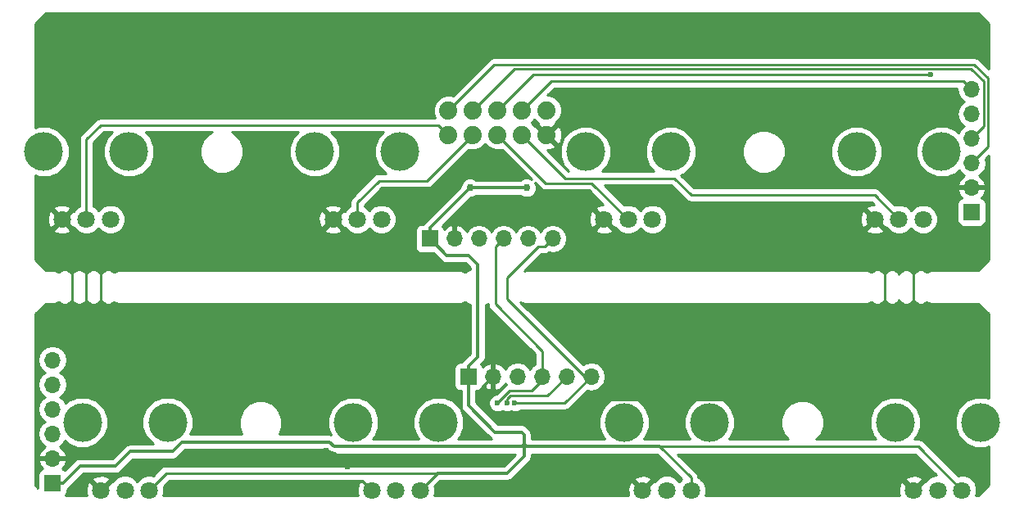
<source format=gtl>
G04 #@! TF.FileFunction,Copper,L1,Top,Signal*
%FSLAX46Y46*%
G04 Gerber Fmt 4.6, Leading zero omitted, Abs format (unit mm)*
G04 Created by KiCad (PCBNEW 4.0.7-e2-6376~58~ubuntu16.04.1) date Tue Aug 14 19:25:32 2018*
%MOMM*%
%LPD*%
G01*
G04 APERTURE LIST*
%ADD10C,0.100000*%
%ADD11R,1.700000X1.700000*%
%ADD12O,1.700000X1.700000*%
%ADD13C,1.879600*%
%ADD14C,1.800000*%
%ADD15C,4.000000*%
%ADD16C,0.600000*%
%ADD17C,0.750000*%
%ADD18C,0.220000*%
%ADD19C,0.275000*%
%ADD20C,0.320000*%
%ADD21C,0.250000*%
%ADD22C,0.290000*%
%ADD23C,0.305000*%
%ADD24C,0.254000*%
G04 APERTURE END LIST*
D10*
D11*
X126500000Y-97250000D03*
D12*
X129040000Y-97250000D03*
X131580000Y-97250000D03*
X134120000Y-97250000D03*
X136660000Y-97250000D03*
X139200000Y-97250000D03*
D11*
X130500000Y-111500000D03*
D12*
X133040000Y-111500000D03*
X135580000Y-111500000D03*
X138120000Y-111500000D03*
X140660000Y-111500000D03*
X143200000Y-111500000D03*
D13*
X128420000Y-86520000D03*
X128420000Y-83980000D03*
X130960000Y-86520000D03*
X130960000Y-83980000D03*
X133500000Y-86520000D03*
X133500000Y-83980000D03*
X136040000Y-86520000D03*
X136040000Y-83980000D03*
X138580000Y-86520000D03*
X138580000Y-83980000D03*
D11*
X87500000Y-122500000D03*
D12*
X87500000Y-119960000D03*
X87500000Y-117420000D03*
X87500000Y-114880000D03*
X87500000Y-112340000D03*
X87500000Y-109800000D03*
D11*
X182500000Y-94500000D03*
D12*
X182500000Y-91960000D03*
X182500000Y-89420000D03*
X182500000Y-86880000D03*
X182500000Y-84340000D03*
X182500000Y-81800000D03*
D14*
X88500000Y-95250000D03*
X91000000Y-95250000D03*
X93500000Y-95250000D03*
D15*
X86600000Y-88250000D03*
X95400000Y-88250000D03*
D14*
X116500000Y-95250000D03*
X119000000Y-95250000D03*
X121500000Y-95250000D03*
D15*
X114600000Y-88250000D03*
X123400000Y-88250000D03*
D14*
X144500000Y-95250000D03*
X147000000Y-95250000D03*
X149500000Y-95250000D03*
D15*
X142600000Y-88250000D03*
X151400000Y-88250000D03*
D14*
X172500000Y-95250000D03*
X175000000Y-95250000D03*
X177500000Y-95250000D03*
D15*
X170600000Y-88250000D03*
X179400000Y-88250000D03*
D14*
X92500000Y-123250000D03*
X95000000Y-123250000D03*
X97500000Y-123250000D03*
D15*
X90600000Y-116250000D03*
X99400000Y-116250000D03*
D14*
X120500000Y-123250000D03*
X123000000Y-123250000D03*
X125500000Y-123250000D03*
D15*
X118600000Y-116250000D03*
X127400000Y-116250000D03*
D14*
X148500000Y-123250000D03*
X151000000Y-123250000D03*
X153500000Y-123250000D03*
D15*
X146600000Y-116250000D03*
X155400000Y-116250000D03*
D14*
X176500000Y-123250000D03*
X179000000Y-123250000D03*
X181500000Y-123250000D03*
D15*
X174600000Y-116250000D03*
X183400000Y-116250000D03*
D16*
X133500000Y-114250000D03*
X134500000Y-114250000D03*
X178250000Y-80250021D03*
X135285013Y-114250000D03*
D17*
X91000000Y-119250000D03*
X170250000Y-115750000D03*
X115750000Y-119265000D03*
X118000010Y-120750000D03*
X175000000Y-105250000D03*
X141250000Y-116000000D03*
X91250000Y-107000000D03*
X94500000Y-117500000D03*
X130650000Y-92000000D03*
X136500000Y-92000000D03*
D18*
X128420000Y-86520000D02*
X127400000Y-85500000D01*
X127400000Y-85500000D02*
X92500000Y-85500000D01*
X91000000Y-87000000D02*
X91000000Y-95250000D01*
X92500000Y-85500000D02*
X91000000Y-87000000D01*
X133150000Y-79250000D02*
X129359799Y-83040201D01*
X184155011Y-87764989D02*
X184155011Y-80614869D01*
X182790142Y-79250000D02*
X133150000Y-79250000D01*
X182500000Y-89420000D02*
X184155011Y-87764989D01*
X184155011Y-80614869D02*
X182790142Y-79250000D01*
X129359799Y-83040201D02*
X128420000Y-83980000D01*
X130960000Y-86520000D02*
X126230000Y-91250000D01*
X121250000Y-91250000D02*
X119000000Y-93500000D01*
X126230000Y-91250000D02*
X121250000Y-91250000D01*
X119000000Y-93500000D02*
X119000000Y-95250000D01*
X138120000Y-111500000D02*
X138120000Y-108870000D01*
X138120000Y-108870000D02*
X133270001Y-104020001D01*
X133270001Y-104020001D02*
X133270001Y-98099999D01*
X133270001Y-98099999D02*
X134120000Y-97250000D01*
X133500000Y-114250000D02*
X134750000Y-113000000D01*
X138120000Y-111880000D02*
X138120000Y-111500000D01*
X134750000Y-113000000D02*
X137000000Y-113000000D01*
X137000000Y-113000000D02*
X138120000Y-111880000D01*
X183349999Y-86030001D02*
X182500000Y-86880000D01*
X183750000Y-85630000D02*
X183349999Y-86030001D01*
X183750000Y-81000000D02*
X183750000Y-85630000D01*
X182405011Y-79655011D02*
X183750000Y-81000000D01*
X135284989Y-79655011D02*
X182405011Y-79655011D01*
X130960000Y-83980000D02*
X135284989Y-79655011D01*
X147000000Y-95250000D02*
X143250000Y-91500000D01*
X143250000Y-91500000D02*
X138480000Y-91500000D01*
X138480000Y-91500000D02*
X134439799Y-87459799D01*
X134439799Y-87459799D02*
X133500000Y-86520000D01*
X140660000Y-111500000D02*
X138660000Y-113500000D01*
X138660000Y-113500000D02*
X134825736Y-113500000D01*
X134825736Y-113500000D02*
X134500000Y-113825736D01*
X134500000Y-113825736D02*
X134500000Y-114250000D01*
X137229979Y-80250021D02*
X177825736Y-80250021D01*
X133500000Y-83980000D02*
X137229979Y-80250021D01*
X177825736Y-80250021D02*
X178250000Y-80250021D01*
X136040000Y-86520000D02*
X139770000Y-90250000D01*
X139770000Y-90250000D02*
X139770000Y-90270000D01*
X139770000Y-90270000D02*
X140500000Y-91000000D01*
X140500000Y-91000000D02*
X151750000Y-91000000D01*
X151750000Y-91000000D02*
X153500000Y-92750000D01*
X153500000Y-92750000D02*
X172500000Y-92750000D01*
X172500000Y-92750000D02*
X175000000Y-95250000D01*
X139200000Y-97250000D02*
X138350001Y-98099999D01*
X138350001Y-98099999D02*
X137704399Y-98099999D01*
X137704399Y-98099999D02*
X134500000Y-101304398D01*
X134500000Y-101304398D02*
X134500000Y-103500000D01*
X134500000Y-103500000D02*
X142500000Y-111500000D01*
X142500000Y-111500000D02*
X143200000Y-111500000D01*
X135709277Y-114250000D02*
X135285013Y-114250000D01*
X140450000Y-114250000D02*
X135709277Y-114250000D01*
X143200000Y-111500000D02*
X140450000Y-114250000D01*
X136979799Y-83040201D02*
X136040000Y-83980000D01*
X181650001Y-80950001D02*
X139069999Y-80950001D01*
X182500000Y-81800000D02*
X181650001Y-80950001D01*
X139069999Y-80950001D02*
X136979799Y-83040201D01*
D19*
X117250000Y-122250000D02*
X116750000Y-122750000D01*
X119500000Y-122250000D02*
X117250000Y-122250000D01*
X120500000Y-123250000D02*
X119500000Y-122250000D01*
D20*
X90625001Y-119624999D02*
X91000000Y-119250000D01*
X90290000Y-119960000D02*
X90625001Y-119624999D01*
X87500000Y-119960000D02*
X90290000Y-119960000D01*
D21*
X92500000Y-103750000D02*
X92500000Y-100500000D01*
X91000000Y-101500000D02*
X91000000Y-100250000D01*
X91000000Y-104000000D02*
X91000000Y-101500000D01*
X89500000Y-104719670D02*
X89500000Y-100250000D01*
X173500000Y-103750000D02*
X173500000Y-100250000D01*
X176500000Y-103750000D02*
X176500000Y-100500000D01*
X170250000Y-115750000D02*
X168374999Y-113874999D01*
X168374999Y-113874999D02*
X143375001Y-113874999D01*
X143375001Y-113874999D02*
X141624999Y-115625001D01*
X141624999Y-115625001D02*
X141250000Y-116000000D01*
D20*
X132190001Y-114690001D02*
X133500000Y-116000000D01*
X133500000Y-116000000D02*
X141250000Y-116000000D01*
X133040000Y-111500000D02*
X132190001Y-112349999D01*
X132190001Y-112349999D02*
X132190001Y-114690001D01*
X116750010Y-119500000D02*
X115750000Y-119265000D01*
D21*
X115750000Y-119500000D02*
X115750000Y-119265000D01*
D20*
X118000010Y-120750000D02*
X116750010Y-119500000D01*
D21*
X175000000Y-105250000D02*
X176500000Y-103750000D01*
X175000000Y-105250000D02*
X173500000Y-103750000D01*
X91250000Y-107000000D02*
X91250000Y-106469670D01*
X91250000Y-106469670D02*
X89500000Y-104719670D01*
X91250000Y-107000000D02*
X91250000Y-104250000D01*
X91250000Y-104250000D02*
X91000000Y-104000000D01*
X91624999Y-104625001D02*
X92500000Y-103750000D01*
X91250000Y-107000000D02*
X91624999Y-106625001D01*
X91624999Y-106625001D02*
X91624999Y-104625001D01*
D20*
X94250000Y-107000000D02*
X94500000Y-107250000D01*
X94500000Y-107250000D02*
X94500000Y-117500000D01*
X91250000Y-107000000D02*
X94250000Y-107000000D01*
X130500000Y-111500000D02*
X130500000Y-114500000D01*
X130500000Y-114500000D02*
X133250000Y-117250000D01*
X133250000Y-117250000D02*
X136000000Y-117250000D01*
X136000000Y-117250000D02*
X136250000Y-117500000D01*
X136250000Y-117500000D02*
X136250000Y-118500000D01*
X87500000Y-122500000D02*
X88600000Y-122500000D01*
X88600000Y-122500000D02*
X90350000Y-120750000D01*
X90350000Y-120750000D02*
X94000000Y-120750000D01*
X94000000Y-120750000D02*
X95500000Y-119250000D01*
X95500000Y-119250000D02*
X99915002Y-119250000D01*
X116595002Y-118750000D02*
X136000000Y-118750000D01*
X99915002Y-119250000D02*
X100900003Y-118264999D01*
X116110001Y-118264999D02*
X116595002Y-118750000D01*
X100900003Y-118264999D02*
X116110001Y-118264999D01*
X136000000Y-118750000D02*
X136250000Y-118500000D01*
D22*
X150250000Y-118750000D02*
X177000000Y-118750000D01*
D19*
X177000000Y-118750000D02*
X181500000Y-123250000D01*
D21*
X153500000Y-123250000D02*
X153500000Y-121977208D01*
X153500000Y-121977208D02*
X150272792Y-118750000D01*
D23*
X150272792Y-118750000D02*
X136500000Y-118750000D01*
X136500000Y-118750000D02*
X136250000Y-118500000D01*
X136250000Y-118750000D02*
X136250000Y-119750000D01*
X136250000Y-119750000D02*
X134500000Y-121500000D01*
X134500000Y-121500000D02*
X127250000Y-121500000D01*
D19*
X97500000Y-123250000D02*
X99250000Y-121500000D01*
D21*
X99250000Y-121500000D02*
X127250000Y-121500000D01*
X127250000Y-121500000D02*
X125500000Y-123250000D01*
D20*
X130500000Y-111500000D02*
X130500000Y-110400000D01*
X130500000Y-110400000D02*
X131449999Y-109450001D01*
X131449999Y-109450001D02*
X131449999Y-99949999D01*
X131449999Y-99949999D02*
X130500000Y-99000000D01*
X130500000Y-99000000D02*
X128250000Y-99000000D01*
X128250000Y-99000000D02*
X126500000Y-97250000D01*
X135969670Y-92000000D02*
X136500000Y-92000000D01*
X130650000Y-92000000D02*
X135969670Y-92000000D01*
X126500000Y-96150000D02*
X130650000Y-92000000D01*
X126500000Y-97250000D02*
X126500000Y-96150000D01*
D24*
G36*
X119419839Y-122349447D02*
X119163357Y-122435852D01*
X118953542Y-123009336D01*
X118979161Y-123619460D01*
X119049801Y-123790000D01*
X98937846Y-123790000D01*
X99034733Y-123556670D01*
X99035265Y-122946009D01*
X98994684Y-122847796D01*
X99582480Y-122260000D01*
X119330392Y-122260000D01*
X119419839Y-122349447D01*
X119419839Y-122349447D01*
G37*
X119419839Y-122349447D02*
X119163357Y-122435852D01*
X118953542Y-123009336D01*
X118979161Y-123619460D01*
X119049801Y-123790000D01*
X98937846Y-123790000D01*
X99034733Y-123556670D01*
X99035265Y-122946009D01*
X98994684Y-122847796D01*
X99582480Y-122260000D01*
X119330392Y-122260000D01*
X119419839Y-122349447D01*
G36*
X152513672Y-122065682D02*
X152249712Y-122329182D01*
X151870643Y-121949449D01*
X151306670Y-121715267D01*
X150696009Y-121714735D01*
X150131629Y-121947932D01*
X149699449Y-122379357D01*
X149695706Y-122388372D01*
X149580159Y-122349446D01*
X148679605Y-123250000D01*
X148693748Y-123264143D01*
X148514143Y-123443748D01*
X148500000Y-123429605D01*
X148485858Y-123443748D01*
X148306253Y-123264143D01*
X148320395Y-123250000D01*
X147419841Y-122349446D01*
X147163357Y-122435852D01*
X146953542Y-123009336D01*
X146979161Y-123619460D01*
X147049801Y-123790000D01*
X126937846Y-123790000D01*
X127034733Y-123556670D01*
X127035265Y-122946009D01*
X126989515Y-122835287D01*
X127537302Y-122287500D01*
X134499995Y-122287500D01*
X134500000Y-122287501D01*
X134801363Y-122227555D01*
X134887738Y-122169841D01*
X147599446Y-122169841D01*
X148500000Y-123070395D01*
X149400554Y-122169841D01*
X149314148Y-121913357D01*
X148740664Y-121703542D01*
X148130540Y-121729161D01*
X147685852Y-121913357D01*
X147599446Y-122169841D01*
X134887738Y-122169841D01*
X135056847Y-122056847D01*
X136806844Y-120306849D01*
X136806847Y-120306847D01*
X136977555Y-120051363D01*
X136978821Y-120045000D01*
X137037501Y-119750000D01*
X137037500Y-119749995D01*
X137037500Y-119537500D01*
X149985490Y-119537500D01*
X152513672Y-122065682D01*
X152513672Y-122065682D01*
G37*
X152513672Y-122065682D02*
X152249712Y-122329182D01*
X151870643Y-121949449D01*
X151306670Y-121715267D01*
X150696009Y-121714735D01*
X150131629Y-121947932D01*
X149699449Y-122379357D01*
X149695706Y-122388372D01*
X149580159Y-122349446D01*
X148679605Y-123250000D01*
X148693748Y-123264143D01*
X148514143Y-123443748D01*
X148500000Y-123429605D01*
X148485858Y-123443748D01*
X148306253Y-123264143D01*
X148320395Y-123250000D01*
X147419841Y-122349446D01*
X147163357Y-122435852D01*
X146953542Y-123009336D01*
X146979161Y-123619460D01*
X147049801Y-123790000D01*
X126937846Y-123790000D01*
X127034733Y-123556670D01*
X127035265Y-122946009D01*
X126989515Y-122835287D01*
X127537302Y-122287500D01*
X134499995Y-122287500D01*
X134500000Y-122287501D01*
X134801363Y-122227555D01*
X134887738Y-122169841D01*
X147599446Y-122169841D01*
X148500000Y-123070395D01*
X149400554Y-122169841D01*
X149314148Y-121913357D01*
X148740664Y-121703542D01*
X148130540Y-121729161D01*
X147685852Y-121913357D01*
X147599446Y-122169841D01*
X134887738Y-122169841D01*
X135056847Y-122056847D01*
X136806844Y-120306849D01*
X136806847Y-120306847D01*
X136977555Y-120051363D01*
X136978821Y-120045000D01*
X137037501Y-119750000D01*
X137037500Y-119749995D01*
X137037500Y-119537500D01*
X149985490Y-119537500D01*
X152513672Y-122065682D01*
G36*
X176562915Y-103708229D02*
X176790573Y-103936284D01*
X177088174Y-104059859D01*
X177410412Y-104060140D01*
X177708229Y-103937085D01*
X177834903Y-103810632D01*
X177978804Y-103870238D01*
X178361486Y-103946358D01*
X178431416Y-103946358D01*
X178500000Y-103960000D01*
X183205908Y-103960000D01*
X184290000Y-105044092D01*
X184290000Y-113766424D01*
X183926433Y-113615458D01*
X182878166Y-113614543D01*
X181909342Y-114014853D01*
X181167458Y-114755443D01*
X180765458Y-115723567D01*
X180764543Y-116771834D01*
X181164853Y-117740658D01*
X181905443Y-118482542D01*
X182873567Y-118884542D01*
X183921834Y-118885457D01*
X184290000Y-118733334D01*
X184290000Y-122705908D01*
X183205908Y-123790000D01*
X182937846Y-123790000D01*
X183034733Y-123556670D01*
X183035265Y-122946009D01*
X182802068Y-122381629D01*
X182370643Y-121949449D01*
X181806670Y-121715267D01*
X181196009Y-121714735D01*
X181097796Y-121755316D01*
X177572900Y-118230420D01*
X177551543Y-118198457D01*
X177298493Y-118029374D01*
X177000000Y-117970000D01*
X176606705Y-117970000D01*
X176832542Y-117744557D01*
X177234542Y-116776433D01*
X177235457Y-115728166D01*
X176835147Y-114759342D01*
X176094557Y-114017458D01*
X175126433Y-113615458D01*
X174078166Y-113614543D01*
X173109342Y-114014853D01*
X172367458Y-114755443D01*
X171965458Y-115723567D01*
X171964543Y-116771834D01*
X172364853Y-117740658D01*
X172593795Y-117970000D01*
X166440524Y-117970000D01*
X166893636Y-117517679D01*
X167234611Y-116696519D01*
X167235387Y-115807381D01*
X166895845Y-114985628D01*
X166267679Y-114356364D01*
X165446519Y-114015389D01*
X164557381Y-114014613D01*
X163735628Y-114354155D01*
X163106364Y-114982321D01*
X162765389Y-115803481D01*
X162764613Y-116692619D01*
X163104155Y-117514372D01*
X163558988Y-117970000D01*
X157406705Y-117970000D01*
X157632542Y-117744557D01*
X158034542Y-116776433D01*
X158035457Y-115728166D01*
X157635147Y-114759342D01*
X156894557Y-114017458D01*
X155926433Y-113615458D01*
X154878166Y-113614543D01*
X153909342Y-114014853D01*
X153167458Y-114755443D01*
X152765458Y-115723567D01*
X152764543Y-116771834D01*
X153164853Y-117740658D01*
X153393795Y-117970000D01*
X150310497Y-117970000D01*
X150272792Y-117962500D01*
X148614218Y-117962500D01*
X148832542Y-117744557D01*
X149234542Y-116776433D01*
X149235457Y-115728166D01*
X148835147Y-114759342D01*
X148094557Y-114017458D01*
X147126433Y-113615458D01*
X146078166Y-113614543D01*
X145109342Y-114014853D01*
X144367458Y-114755443D01*
X143965458Y-115723567D01*
X143964543Y-116771834D01*
X144364853Y-117740658D01*
X144586308Y-117962500D01*
X137045000Y-117962500D01*
X137045000Y-117500000D01*
X136984484Y-117195767D01*
X136984484Y-117195766D01*
X136812150Y-116937850D01*
X136562150Y-116687850D01*
X136304233Y-116515516D01*
X136000000Y-116455000D01*
X133579300Y-116455000D01*
X131295000Y-114170700D01*
X131295000Y-112997440D01*
X131350000Y-112997440D01*
X131585317Y-112953162D01*
X131801441Y-112814090D01*
X131946431Y-112601890D01*
X131968301Y-112493893D01*
X132273076Y-112771645D01*
X132683110Y-112941476D01*
X132913000Y-112820155D01*
X132913000Y-111627000D01*
X132893000Y-111627000D01*
X132893000Y-111373000D01*
X132913000Y-111373000D01*
X132913000Y-110179845D01*
X132683110Y-110058524D01*
X132273076Y-110228355D01*
X131970063Y-110504501D01*
X131953162Y-110414683D01*
X131818652Y-110205648D01*
X132012149Y-110012151D01*
X132184483Y-109754235D01*
X132244999Y-109450001D01*
X132244999Y-104059996D01*
X132410412Y-104060140D01*
X132525001Y-104012793D01*
X132525001Y-104019996D01*
X132525000Y-104020001D01*
X132581711Y-104305100D01*
X132743206Y-104546796D01*
X137375000Y-109178589D01*
X137375000Y-110217023D01*
X137069946Y-110420853D01*
X136850000Y-110750026D01*
X136630054Y-110420853D01*
X136148285Y-110098946D01*
X135580000Y-109985907D01*
X135011715Y-110098946D01*
X134529946Y-110420853D01*
X134302298Y-110761553D01*
X134235183Y-110618642D01*
X133806924Y-110228355D01*
X133396890Y-110058524D01*
X133167000Y-110179845D01*
X133167000Y-111373000D01*
X133187000Y-111373000D01*
X133187000Y-111627000D01*
X133167000Y-111627000D01*
X133167000Y-112820155D01*
X133396890Y-112941476D01*
X133806924Y-112771645D01*
X134235183Y-112381358D01*
X134302298Y-112238447D01*
X134386330Y-112364209D01*
X134223205Y-112473205D01*
X133381514Y-113314896D01*
X133314833Y-113314838D01*
X132971057Y-113456883D01*
X132707808Y-113719673D01*
X132565162Y-114063201D01*
X132564838Y-114435167D01*
X132706883Y-114778943D01*
X132969673Y-115042192D01*
X133313201Y-115184838D01*
X133685167Y-115185162D01*
X134000351Y-115054931D01*
X134313201Y-115184838D01*
X134685167Y-115185162D01*
X134892592Y-115099456D01*
X135098214Y-115184838D01*
X135470180Y-115185162D01*
X135813956Y-115043117D01*
X135862157Y-114995000D01*
X140449995Y-114995000D01*
X140450000Y-114995001D01*
X140735099Y-114938290D01*
X140976795Y-114776795D01*
X142815899Y-112937690D01*
X143200000Y-113014093D01*
X143768285Y-112901054D01*
X144250054Y-112579147D01*
X144571961Y-112097378D01*
X144685000Y-111529093D01*
X144685000Y-111470907D01*
X144571961Y-110902622D01*
X144250054Y-110420853D01*
X143768285Y-110098946D01*
X143200000Y-109985907D01*
X142631715Y-110098946D01*
X142344467Y-110290878D01*
X135884953Y-103831364D01*
X135978804Y-103870238D01*
X136361486Y-103946358D01*
X136431416Y-103946358D01*
X136500000Y-103960000D01*
X171500000Y-103960000D01*
X171568584Y-103946358D01*
X171638513Y-103946358D01*
X172021196Y-103870238D01*
X172096160Y-103839187D01*
X172165127Y-103810620D01*
X172290573Y-103936284D01*
X172588174Y-104059859D01*
X172910412Y-104060140D01*
X173208229Y-103937085D01*
X173436284Y-103709427D01*
X173500004Y-103555972D01*
X173562915Y-103708229D01*
X173790573Y-103936284D01*
X174088174Y-104059859D01*
X174410412Y-104060140D01*
X174708229Y-103937085D01*
X174936284Y-103709427D01*
X175000004Y-103555972D01*
X175062915Y-103708229D01*
X175290573Y-103936284D01*
X175588174Y-104059859D01*
X175910412Y-104060140D01*
X176208229Y-103937085D01*
X176436284Y-103709427D01*
X176500004Y-103555972D01*
X176562915Y-103708229D01*
X176562915Y-103708229D01*
G37*
X176562915Y-103708229D02*
X176790573Y-103936284D01*
X177088174Y-104059859D01*
X177410412Y-104060140D01*
X177708229Y-103937085D01*
X177834903Y-103810632D01*
X177978804Y-103870238D01*
X178361486Y-103946358D01*
X178431416Y-103946358D01*
X178500000Y-103960000D01*
X183205908Y-103960000D01*
X184290000Y-105044092D01*
X184290000Y-113766424D01*
X183926433Y-113615458D01*
X182878166Y-113614543D01*
X181909342Y-114014853D01*
X181167458Y-114755443D01*
X180765458Y-115723567D01*
X180764543Y-116771834D01*
X181164853Y-117740658D01*
X181905443Y-118482542D01*
X182873567Y-118884542D01*
X183921834Y-118885457D01*
X184290000Y-118733334D01*
X184290000Y-122705908D01*
X183205908Y-123790000D01*
X182937846Y-123790000D01*
X183034733Y-123556670D01*
X183035265Y-122946009D01*
X182802068Y-122381629D01*
X182370643Y-121949449D01*
X181806670Y-121715267D01*
X181196009Y-121714735D01*
X181097796Y-121755316D01*
X177572900Y-118230420D01*
X177551543Y-118198457D01*
X177298493Y-118029374D01*
X177000000Y-117970000D01*
X176606705Y-117970000D01*
X176832542Y-117744557D01*
X177234542Y-116776433D01*
X177235457Y-115728166D01*
X176835147Y-114759342D01*
X176094557Y-114017458D01*
X175126433Y-113615458D01*
X174078166Y-113614543D01*
X173109342Y-114014853D01*
X172367458Y-114755443D01*
X171965458Y-115723567D01*
X171964543Y-116771834D01*
X172364853Y-117740658D01*
X172593795Y-117970000D01*
X166440524Y-117970000D01*
X166893636Y-117517679D01*
X167234611Y-116696519D01*
X167235387Y-115807381D01*
X166895845Y-114985628D01*
X166267679Y-114356364D01*
X165446519Y-114015389D01*
X164557381Y-114014613D01*
X163735628Y-114354155D01*
X163106364Y-114982321D01*
X162765389Y-115803481D01*
X162764613Y-116692619D01*
X163104155Y-117514372D01*
X163558988Y-117970000D01*
X157406705Y-117970000D01*
X157632542Y-117744557D01*
X158034542Y-116776433D01*
X158035457Y-115728166D01*
X157635147Y-114759342D01*
X156894557Y-114017458D01*
X155926433Y-113615458D01*
X154878166Y-113614543D01*
X153909342Y-114014853D01*
X153167458Y-114755443D01*
X152765458Y-115723567D01*
X152764543Y-116771834D01*
X153164853Y-117740658D01*
X153393795Y-117970000D01*
X150310497Y-117970000D01*
X150272792Y-117962500D01*
X148614218Y-117962500D01*
X148832542Y-117744557D01*
X149234542Y-116776433D01*
X149235457Y-115728166D01*
X148835147Y-114759342D01*
X148094557Y-114017458D01*
X147126433Y-113615458D01*
X146078166Y-113614543D01*
X145109342Y-114014853D01*
X144367458Y-114755443D01*
X143965458Y-115723567D01*
X143964543Y-116771834D01*
X144364853Y-117740658D01*
X144586308Y-117962500D01*
X137045000Y-117962500D01*
X137045000Y-117500000D01*
X136984484Y-117195767D01*
X136984484Y-117195766D01*
X136812150Y-116937850D01*
X136562150Y-116687850D01*
X136304233Y-116515516D01*
X136000000Y-116455000D01*
X133579300Y-116455000D01*
X131295000Y-114170700D01*
X131295000Y-112997440D01*
X131350000Y-112997440D01*
X131585317Y-112953162D01*
X131801441Y-112814090D01*
X131946431Y-112601890D01*
X131968301Y-112493893D01*
X132273076Y-112771645D01*
X132683110Y-112941476D01*
X132913000Y-112820155D01*
X132913000Y-111627000D01*
X132893000Y-111627000D01*
X132893000Y-111373000D01*
X132913000Y-111373000D01*
X132913000Y-110179845D01*
X132683110Y-110058524D01*
X132273076Y-110228355D01*
X131970063Y-110504501D01*
X131953162Y-110414683D01*
X131818652Y-110205648D01*
X132012149Y-110012151D01*
X132184483Y-109754235D01*
X132244999Y-109450001D01*
X132244999Y-104059996D01*
X132410412Y-104060140D01*
X132525001Y-104012793D01*
X132525001Y-104019996D01*
X132525000Y-104020001D01*
X132581711Y-104305100D01*
X132743206Y-104546796D01*
X137375000Y-109178589D01*
X137375000Y-110217023D01*
X137069946Y-110420853D01*
X136850000Y-110750026D01*
X136630054Y-110420853D01*
X136148285Y-110098946D01*
X135580000Y-109985907D01*
X135011715Y-110098946D01*
X134529946Y-110420853D01*
X134302298Y-110761553D01*
X134235183Y-110618642D01*
X133806924Y-110228355D01*
X133396890Y-110058524D01*
X133167000Y-110179845D01*
X133167000Y-111373000D01*
X133187000Y-111373000D01*
X133187000Y-111627000D01*
X133167000Y-111627000D01*
X133167000Y-112820155D01*
X133396890Y-112941476D01*
X133806924Y-112771645D01*
X134235183Y-112381358D01*
X134302298Y-112238447D01*
X134386330Y-112364209D01*
X134223205Y-112473205D01*
X133381514Y-113314896D01*
X133314833Y-113314838D01*
X132971057Y-113456883D01*
X132707808Y-113719673D01*
X132565162Y-114063201D01*
X132564838Y-114435167D01*
X132706883Y-114778943D01*
X132969673Y-115042192D01*
X133313201Y-115184838D01*
X133685167Y-115185162D01*
X134000351Y-115054931D01*
X134313201Y-115184838D01*
X134685167Y-115185162D01*
X134892592Y-115099456D01*
X135098214Y-115184838D01*
X135470180Y-115185162D01*
X135813956Y-115043117D01*
X135862157Y-114995000D01*
X140449995Y-114995000D01*
X140450000Y-114995001D01*
X140735099Y-114938290D01*
X140976795Y-114776795D01*
X142815899Y-112937690D01*
X143200000Y-113014093D01*
X143768285Y-112901054D01*
X144250054Y-112579147D01*
X144571961Y-112097378D01*
X144685000Y-111529093D01*
X144685000Y-111470907D01*
X144571961Y-110902622D01*
X144250054Y-110420853D01*
X143768285Y-110098946D01*
X143200000Y-109985907D01*
X142631715Y-110098946D01*
X142344467Y-110290878D01*
X135884953Y-103831364D01*
X135978804Y-103870238D01*
X136361486Y-103946358D01*
X136431416Y-103946358D01*
X136500000Y-103960000D01*
X171500000Y-103960000D01*
X171568584Y-103946358D01*
X171638513Y-103946358D01*
X172021196Y-103870238D01*
X172096160Y-103839187D01*
X172165127Y-103810620D01*
X172290573Y-103936284D01*
X172588174Y-104059859D01*
X172910412Y-104060140D01*
X173208229Y-103937085D01*
X173436284Y-103709427D01*
X173500004Y-103555972D01*
X173562915Y-103708229D01*
X173790573Y-103936284D01*
X174088174Y-104059859D01*
X174410412Y-104060140D01*
X174708229Y-103937085D01*
X174936284Y-103709427D01*
X175000004Y-103555972D01*
X175062915Y-103708229D01*
X175290573Y-103936284D01*
X175588174Y-104059859D01*
X175910412Y-104060140D01*
X176208229Y-103937085D01*
X176436284Y-103709427D01*
X176500004Y-103555972D01*
X176562915Y-103708229D01*
G36*
X178872409Y-121714889D02*
X178696009Y-121714735D01*
X178131629Y-121947932D01*
X177699449Y-122379357D01*
X177695706Y-122388372D01*
X177580159Y-122349446D01*
X176679605Y-123250000D01*
X176693748Y-123264143D01*
X176514143Y-123443748D01*
X176500000Y-123429605D01*
X176485858Y-123443748D01*
X176306253Y-123264143D01*
X176320395Y-123250000D01*
X175419841Y-122349446D01*
X175163357Y-122435852D01*
X174953542Y-123009336D01*
X174979161Y-123619460D01*
X175049801Y-123790000D01*
X154937846Y-123790000D01*
X155034733Y-123556670D01*
X155035265Y-122946009D01*
X154802068Y-122381629D01*
X154590650Y-122169841D01*
X175599446Y-122169841D01*
X176500000Y-123070395D01*
X177400554Y-122169841D01*
X177314148Y-121913357D01*
X176740664Y-121703542D01*
X176130540Y-121729161D01*
X175685852Y-121913357D01*
X175599446Y-122169841D01*
X154590650Y-122169841D01*
X154370643Y-121949449D01*
X154244020Y-121896870D01*
X154222929Y-121790839D01*
X154202148Y-121686368D01*
X154037401Y-121439807D01*
X152127594Y-119530000D01*
X176687520Y-119530000D01*
X178872409Y-121714889D01*
X178872409Y-121714889D01*
G37*
X178872409Y-121714889D02*
X178696009Y-121714735D01*
X178131629Y-121947932D01*
X177699449Y-122379357D01*
X177695706Y-122388372D01*
X177580159Y-122349446D01*
X176679605Y-123250000D01*
X176693748Y-123264143D01*
X176514143Y-123443748D01*
X176500000Y-123429605D01*
X176485858Y-123443748D01*
X176306253Y-123264143D01*
X176320395Y-123250000D01*
X175419841Y-122349446D01*
X175163357Y-122435852D01*
X174953542Y-123009336D01*
X174979161Y-123619460D01*
X175049801Y-123790000D01*
X154937846Y-123790000D01*
X155034733Y-123556670D01*
X155035265Y-122946009D01*
X154802068Y-122381629D01*
X154590650Y-122169841D01*
X175599446Y-122169841D01*
X176500000Y-123070395D01*
X177400554Y-122169841D01*
X177314148Y-121913357D01*
X176740664Y-121703542D01*
X176130540Y-121729161D01*
X175685852Y-121913357D01*
X175599446Y-122169841D01*
X154590650Y-122169841D01*
X154370643Y-121949449D01*
X154244020Y-121896870D01*
X154222929Y-121790839D01*
X154202148Y-121686368D01*
X154037401Y-121439807D01*
X152127594Y-119530000D01*
X176687520Y-119530000D01*
X178872409Y-121714889D01*
G36*
X116032852Y-119312150D02*
X116290769Y-119484484D01*
X116595002Y-119545000D01*
X135341307Y-119545000D01*
X134173806Y-120712500D01*
X127250000Y-120712500D01*
X127111749Y-120740000D01*
X99312842Y-120740000D01*
X99250000Y-120727500D01*
X98954377Y-120786303D01*
X98703760Y-120953760D01*
X97902472Y-121755048D01*
X97806670Y-121715267D01*
X97196009Y-121714735D01*
X96631629Y-121947932D01*
X96249712Y-122329182D01*
X95870643Y-121949449D01*
X95306670Y-121715267D01*
X94696009Y-121714735D01*
X94131629Y-121947932D01*
X93699449Y-122379357D01*
X93695706Y-122388372D01*
X93580159Y-122349446D01*
X92679605Y-123250000D01*
X92693748Y-123264143D01*
X92514143Y-123443748D01*
X92500000Y-123429605D01*
X92485858Y-123443748D01*
X92306253Y-123264143D01*
X92320395Y-123250000D01*
X91419841Y-122349446D01*
X91163357Y-122435852D01*
X90953542Y-123009336D01*
X90979161Y-123619460D01*
X91049801Y-123790000D01*
X88817901Y-123790000D01*
X88946431Y-123601890D01*
X88997440Y-123350000D01*
X88997440Y-123172205D01*
X89162150Y-123062150D01*
X90054459Y-122169841D01*
X91599446Y-122169841D01*
X92500000Y-123070395D01*
X93400554Y-122169841D01*
X93314148Y-121913357D01*
X92740664Y-121703542D01*
X92130540Y-121729161D01*
X91685852Y-121913357D01*
X91599446Y-122169841D01*
X90054459Y-122169841D01*
X90679300Y-121545000D01*
X94000000Y-121545000D01*
X94304233Y-121484484D01*
X94562150Y-121312150D01*
X95829300Y-120045000D01*
X99915002Y-120045000D01*
X100219235Y-119984484D01*
X100477152Y-119812150D01*
X101229303Y-119059999D01*
X115780701Y-119059999D01*
X116032852Y-119312150D01*
X116032852Y-119312150D01*
G37*
X116032852Y-119312150D02*
X116290769Y-119484484D01*
X116595002Y-119545000D01*
X135341307Y-119545000D01*
X134173806Y-120712500D01*
X127250000Y-120712500D01*
X127111749Y-120740000D01*
X99312842Y-120740000D01*
X99250000Y-120727500D01*
X98954377Y-120786303D01*
X98703760Y-120953760D01*
X97902472Y-121755048D01*
X97806670Y-121715267D01*
X97196009Y-121714735D01*
X96631629Y-121947932D01*
X96249712Y-122329182D01*
X95870643Y-121949449D01*
X95306670Y-121715267D01*
X94696009Y-121714735D01*
X94131629Y-121947932D01*
X93699449Y-122379357D01*
X93695706Y-122388372D01*
X93580159Y-122349446D01*
X92679605Y-123250000D01*
X92693748Y-123264143D01*
X92514143Y-123443748D01*
X92500000Y-123429605D01*
X92485858Y-123443748D01*
X92306253Y-123264143D01*
X92320395Y-123250000D01*
X91419841Y-122349446D01*
X91163357Y-122435852D01*
X90953542Y-123009336D01*
X90979161Y-123619460D01*
X91049801Y-123790000D01*
X88817901Y-123790000D01*
X88946431Y-123601890D01*
X88997440Y-123350000D01*
X88997440Y-123172205D01*
X89162150Y-123062150D01*
X90054459Y-122169841D01*
X91599446Y-122169841D01*
X92500000Y-123070395D01*
X93400554Y-122169841D01*
X93314148Y-121913357D01*
X92740664Y-121703542D01*
X92130540Y-121729161D01*
X91685852Y-121913357D01*
X91599446Y-122169841D01*
X90054459Y-122169841D01*
X90679300Y-121545000D01*
X94000000Y-121545000D01*
X94304233Y-121484484D01*
X94562150Y-121312150D01*
X95829300Y-120045000D01*
X99915002Y-120045000D01*
X100219235Y-119984484D01*
X100477152Y-119812150D01*
X101229303Y-119059999D01*
X115780701Y-119059999D01*
X116032852Y-119312150D01*
G36*
X120693748Y-123235858D02*
X120679605Y-123250000D01*
X120693748Y-123264143D01*
X120514143Y-123443748D01*
X120500000Y-123429605D01*
X120485858Y-123443748D01*
X120306253Y-123264143D01*
X120320395Y-123250000D01*
X120306253Y-123235858D01*
X120485858Y-123056253D01*
X120500000Y-123070395D01*
X120514143Y-123056253D01*
X120693748Y-123235858D01*
X120693748Y-123235858D01*
G37*
X120693748Y-123235858D02*
X120679605Y-123250000D01*
X120693748Y-123264143D01*
X120514143Y-123443748D01*
X120500000Y-123429605D01*
X120485858Y-123443748D01*
X120306253Y-123264143D01*
X120320395Y-123250000D01*
X120306253Y-123235858D01*
X120485858Y-123056253D01*
X120500000Y-123070395D01*
X120514143Y-123056253D01*
X120693748Y-123235858D01*
G36*
X92562915Y-103708229D02*
X92790573Y-103936284D01*
X93088174Y-104059859D01*
X93410412Y-104060140D01*
X93708229Y-103937085D01*
X93834903Y-103810632D01*
X93978804Y-103870238D01*
X94361486Y-103946358D01*
X94431416Y-103946358D01*
X94500000Y-103960000D01*
X129500000Y-103960000D01*
X129568584Y-103946358D01*
X129638513Y-103946358D01*
X130021196Y-103870238D01*
X130096160Y-103839187D01*
X130165127Y-103810620D01*
X130290573Y-103936284D01*
X130588174Y-104059859D01*
X130654999Y-104059917D01*
X130654999Y-109120701D01*
X129937850Y-109837850D01*
X129827795Y-110002560D01*
X129650000Y-110002560D01*
X129414683Y-110046838D01*
X129198559Y-110185910D01*
X129053569Y-110398110D01*
X129002560Y-110650000D01*
X129002560Y-112350000D01*
X129046838Y-112585317D01*
X129185910Y-112801441D01*
X129398110Y-112946431D01*
X129650000Y-112997440D01*
X129705000Y-112997440D01*
X129705000Y-114500000D01*
X129765516Y-114804233D01*
X129937850Y-115062150D01*
X132687850Y-117812150D01*
X132901640Y-117955000D01*
X129421731Y-117955000D01*
X129632542Y-117744557D01*
X130034542Y-116776433D01*
X130035457Y-115728166D01*
X129635147Y-114759342D01*
X128894557Y-114017458D01*
X127926433Y-113615458D01*
X126878166Y-113614543D01*
X125909342Y-114014853D01*
X125167458Y-114755443D01*
X124765458Y-115723567D01*
X124764543Y-116771834D01*
X125164853Y-117740658D01*
X125378821Y-117955000D01*
X120621731Y-117955000D01*
X120832542Y-117744557D01*
X121234542Y-116776433D01*
X121235457Y-115728166D01*
X120835147Y-114759342D01*
X120094557Y-114017458D01*
X119126433Y-113615458D01*
X118078166Y-113614543D01*
X117109342Y-114014853D01*
X116367458Y-114755443D01*
X115965458Y-115723567D01*
X115964543Y-116771834D01*
X116265826Y-117500995D01*
X116110001Y-117469999D01*
X110913434Y-117469999D01*
X111234611Y-116696519D01*
X111235387Y-115807381D01*
X110895845Y-114985628D01*
X110267679Y-114356364D01*
X109446519Y-114015389D01*
X108557381Y-114014613D01*
X107735628Y-114354155D01*
X107106364Y-114982321D01*
X106765389Y-115803481D01*
X106764613Y-116692619D01*
X107085820Y-117469999D01*
X101746548Y-117469999D01*
X102034542Y-116776433D01*
X102035457Y-115728166D01*
X101635147Y-114759342D01*
X100894557Y-114017458D01*
X99926433Y-113615458D01*
X98878166Y-113614543D01*
X97909342Y-114014853D01*
X97167458Y-114755443D01*
X96765458Y-115723567D01*
X96764543Y-116771834D01*
X97164853Y-117740658D01*
X97877949Y-118455000D01*
X95500000Y-118455000D01*
X95195766Y-118515516D01*
X94937850Y-118687850D01*
X93670700Y-119955000D01*
X90350000Y-119955000D01*
X90045767Y-120015516D01*
X89787850Y-120187850D01*
X88792139Y-121183561D01*
X88601890Y-121053569D01*
X88493893Y-121031699D01*
X88771645Y-120726924D01*
X88941476Y-120316890D01*
X88820155Y-120087000D01*
X87627000Y-120087000D01*
X87627000Y-120107000D01*
X87373000Y-120107000D01*
X87373000Y-120087000D01*
X86179845Y-120087000D01*
X86058524Y-120316890D01*
X86228355Y-120726924D01*
X86504501Y-121029937D01*
X86414683Y-121046838D01*
X86198559Y-121185910D01*
X86053569Y-121398110D01*
X86002560Y-121650000D01*
X86002560Y-122998468D01*
X85710000Y-122705908D01*
X85710000Y-109800000D01*
X85985907Y-109800000D01*
X86098946Y-110368285D01*
X86420853Y-110850054D01*
X86750026Y-111070000D01*
X86420853Y-111289946D01*
X86098946Y-111771715D01*
X85985907Y-112340000D01*
X86098946Y-112908285D01*
X86420853Y-113390054D01*
X86750026Y-113610000D01*
X86420853Y-113829946D01*
X86098946Y-114311715D01*
X85985907Y-114880000D01*
X86098946Y-115448285D01*
X86420853Y-115930054D01*
X86750026Y-116150000D01*
X86420853Y-116369946D01*
X86098946Y-116851715D01*
X85985907Y-117420000D01*
X86098946Y-117988285D01*
X86420853Y-118470054D01*
X86761553Y-118697702D01*
X86618642Y-118764817D01*
X86228355Y-119193076D01*
X86058524Y-119603110D01*
X86179845Y-119833000D01*
X87373000Y-119833000D01*
X87373000Y-119813000D01*
X87627000Y-119813000D01*
X87627000Y-119833000D01*
X88820155Y-119833000D01*
X88941476Y-119603110D01*
X88771645Y-119193076D01*
X88381358Y-118764817D01*
X88238447Y-118697702D01*
X88579147Y-118470054D01*
X88785173Y-118161713D01*
X89105443Y-118482542D01*
X90073567Y-118884542D01*
X91121834Y-118885457D01*
X92090658Y-118485147D01*
X92832542Y-117744557D01*
X93234542Y-116776433D01*
X93235457Y-115728166D01*
X92835147Y-114759342D01*
X92094557Y-114017458D01*
X91126433Y-113615458D01*
X90078166Y-113614543D01*
X89109342Y-114014853D01*
X88865406Y-114258364D01*
X88579147Y-113829946D01*
X88249974Y-113610000D01*
X88579147Y-113390054D01*
X88901054Y-112908285D01*
X89014093Y-112340000D01*
X88901054Y-111771715D01*
X88579147Y-111289946D01*
X88249974Y-111070000D01*
X88579147Y-110850054D01*
X88901054Y-110368285D01*
X89014093Y-109800000D01*
X88901054Y-109231715D01*
X88579147Y-108749946D01*
X88097378Y-108428039D01*
X87529093Y-108315000D01*
X87470907Y-108315000D01*
X86902622Y-108428039D01*
X86420853Y-108749946D01*
X86098946Y-109231715D01*
X85985907Y-109800000D01*
X85710000Y-109800000D01*
X85710000Y-105044092D01*
X86794092Y-103960000D01*
X87500000Y-103960000D01*
X87568584Y-103946358D01*
X87638513Y-103946358D01*
X88021196Y-103870238D01*
X88096160Y-103839187D01*
X88165127Y-103810620D01*
X88290573Y-103936284D01*
X88588174Y-104059859D01*
X88910412Y-104060140D01*
X89208229Y-103937085D01*
X89436284Y-103709427D01*
X89500004Y-103555972D01*
X89562915Y-103708229D01*
X89790573Y-103936284D01*
X90088174Y-104059859D01*
X90410412Y-104060140D01*
X90708229Y-103937085D01*
X90936284Y-103709427D01*
X91000004Y-103555972D01*
X91062915Y-103708229D01*
X91290573Y-103936284D01*
X91588174Y-104059859D01*
X91910412Y-104060140D01*
X92208229Y-103937085D01*
X92436284Y-103709427D01*
X92500004Y-103555972D01*
X92562915Y-103708229D01*
X92562915Y-103708229D01*
G37*
X92562915Y-103708229D02*
X92790573Y-103936284D01*
X93088174Y-104059859D01*
X93410412Y-104060140D01*
X93708229Y-103937085D01*
X93834903Y-103810632D01*
X93978804Y-103870238D01*
X94361486Y-103946358D01*
X94431416Y-103946358D01*
X94500000Y-103960000D01*
X129500000Y-103960000D01*
X129568584Y-103946358D01*
X129638513Y-103946358D01*
X130021196Y-103870238D01*
X130096160Y-103839187D01*
X130165127Y-103810620D01*
X130290573Y-103936284D01*
X130588174Y-104059859D01*
X130654999Y-104059917D01*
X130654999Y-109120701D01*
X129937850Y-109837850D01*
X129827795Y-110002560D01*
X129650000Y-110002560D01*
X129414683Y-110046838D01*
X129198559Y-110185910D01*
X129053569Y-110398110D01*
X129002560Y-110650000D01*
X129002560Y-112350000D01*
X129046838Y-112585317D01*
X129185910Y-112801441D01*
X129398110Y-112946431D01*
X129650000Y-112997440D01*
X129705000Y-112997440D01*
X129705000Y-114500000D01*
X129765516Y-114804233D01*
X129937850Y-115062150D01*
X132687850Y-117812150D01*
X132901640Y-117955000D01*
X129421731Y-117955000D01*
X129632542Y-117744557D01*
X130034542Y-116776433D01*
X130035457Y-115728166D01*
X129635147Y-114759342D01*
X128894557Y-114017458D01*
X127926433Y-113615458D01*
X126878166Y-113614543D01*
X125909342Y-114014853D01*
X125167458Y-114755443D01*
X124765458Y-115723567D01*
X124764543Y-116771834D01*
X125164853Y-117740658D01*
X125378821Y-117955000D01*
X120621731Y-117955000D01*
X120832542Y-117744557D01*
X121234542Y-116776433D01*
X121235457Y-115728166D01*
X120835147Y-114759342D01*
X120094557Y-114017458D01*
X119126433Y-113615458D01*
X118078166Y-113614543D01*
X117109342Y-114014853D01*
X116367458Y-114755443D01*
X115965458Y-115723567D01*
X115964543Y-116771834D01*
X116265826Y-117500995D01*
X116110001Y-117469999D01*
X110913434Y-117469999D01*
X111234611Y-116696519D01*
X111235387Y-115807381D01*
X110895845Y-114985628D01*
X110267679Y-114356364D01*
X109446519Y-114015389D01*
X108557381Y-114014613D01*
X107735628Y-114354155D01*
X107106364Y-114982321D01*
X106765389Y-115803481D01*
X106764613Y-116692619D01*
X107085820Y-117469999D01*
X101746548Y-117469999D01*
X102034542Y-116776433D01*
X102035457Y-115728166D01*
X101635147Y-114759342D01*
X100894557Y-114017458D01*
X99926433Y-113615458D01*
X98878166Y-113614543D01*
X97909342Y-114014853D01*
X97167458Y-114755443D01*
X96765458Y-115723567D01*
X96764543Y-116771834D01*
X97164853Y-117740658D01*
X97877949Y-118455000D01*
X95500000Y-118455000D01*
X95195766Y-118515516D01*
X94937850Y-118687850D01*
X93670700Y-119955000D01*
X90350000Y-119955000D01*
X90045767Y-120015516D01*
X89787850Y-120187850D01*
X88792139Y-121183561D01*
X88601890Y-121053569D01*
X88493893Y-121031699D01*
X88771645Y-120726924D01*
X88941476Y-120316890D01*
X88820155Y-120087000D01*
X87627000Y-120087000D01*
X87627000Y-120107000D01*
X87373000Y-120107000D01*
X87373000Y-120087000D01*
X86179845Y-120087000D01*
X86058524Y-120316890D01*
X86228355Y-120726924D01*
X86504501Y-121029937D01*
X86414683Y-121046838D01*
X86198559Y-121185910D01*
X86053569Y-121398110D01*
X86002560Y-121650000D01*
X86002560Y-122998468D01*
X85710000Y-122705908D01*
X85710000Y-109800000D01*
X85985907Y-109800000D01*
X86098946Y-110368285D01*
X86420853Y-110850054D01*
X86750026Y-111070000D01*
X86420853Y-111289946D01*
X86098946Y-111771715D01*
X85985907Y-112340000D01*
X86098946Y-112908285D01*
X86420853Y-113390054D01*
X86750026Y-113610000D01*
X86420853Y-113829946D01*
X86098946Y-114311715D01*
X85985907Y-114880000D01*
X86098946Y-115448285D01*
X86420853Y-115930054D01*
X86750026Y-116150000D01*
X86420853Y-116369946D01*
X86098946Y-116851715D01*
X85985907Y-117420000D01*
X86098946Y-117988285D01*
X86420853Y-118470054D01*
X86761553Y-118697702D01*
X86618642Y-118764817D01*
X86228355Y-119193076D01*
X86058524Y-119603110D01*
X86179845Y-119833000D01*
X87373000Y-119833000D01*
X87373000Y-119813000D01*
X87627000Y-119813000D01*
X87627000Y-119833000D01*
X88820155Y-119833000D01*
X88941476Y-119603110D01*
X88771645Y-119193076D01*
X88381358Y-118764817D01*
X88238447Y-118697702D01*
X88579147Y-118470054D01*
X88785173Y-118161713D01*
X89105443Y-118482542D01*
X90073567Y-118884542D01*
X91121834Y-118885457D01*
X92090658Y-118485147D01*
X92832542Y-117744557D01*
X93234542Y-116776433D01*
X93235457Y-115728166D01*
X92835147Y-114759342D01*
X92094557Y-114017458D01*
X91126433Y-113615458D01*
X90078166Y-113614543D01*
X89109342Y-114014853D01*
X88865406Y-114258364D01*
X88579147Y-113829946D01*
X88249974Y-113610000D01*
X88579147Y-113390054D01*
X88901054Y-112908285D01*
X89014093Y-112340000D01*
X88901054Y-111771715D01*
X88579147Y-111289946D01*
X88249974Y-111070000D01*
X88579147Y-110850054D01*
X88901054Y-110368285D01*
X89014093Y-109800000D01*
X88901054Y-109231715D01*
X88579147Y-108749946D01*
X88097378Y-108428039D01*
X87529093Y-108315000D01*
X87470907Y-108315000D01*
X86902622Y-108428039D01*
X86420853Y-108749946D01*
X86098946Y-109231715D01*
X85985907Y-109800000D01*
X85710000Y-109800000D01*
X85710000Y-105044092D01*
X86794092Y-103960000D01*
X87500000Y-103960000D01*
X87568584Y-103946358D01*
X87638513Y-103946358D01*
X88021196Y-103870238D01*
X88096160Y-103839187D01*
X88165127Y-103810620D01*
X88290573Y-103936284D01*
X88588174Y-104059859D01*
X88910412Y-104060140D01*
X89208229Y-103937085D01*
X89436284Y-103709427D01*
X89500004Y-103555972D01*
X89562915Y-103708229D01*
X89790573Y-103936284D01*
X90088174Y-104059859D01*
X90410412Y-104060140D01*
X90708229Y-103937085D01*
X90936284Y-103709427D01*
X91000004Y-103555972D01*
X91062915Y-103708229D01*
X91290573Y-103936284D01*
X91588174Y-104059859D01*
X91910412Y-104060140D01*
X92208229Y-103937085D01*
X92436284Y-103709427D01*
X92500004Y-103555972D01*
X92562915Y-103708229D01*
G36*
X184290000Y-75044092D02*
X184290000Y-79696269D01*
X183316937Y-78723205D01*
X183075241Y-78561710D01*
X182790142Y-78504999D01*
X182790137Y-78505000D01*
X133150005Y-78505000D01*
X133150000Y-78504999D01*
X132864901Y-78561710D01*
X132623205Y-78723205D01*
X132623203Y-78723208D01*
X128880402Y-82466008D01*
X128734621Y-82405474D01*
X128108127Y-82404927D01*
X127529113Y-82644171D01*
X127085728Y-83086783D01*
X126845474Y-83665379D01*
X126844927Y-84291873D01*
X127036287Y-84755000D01*
X92500000Y-84755000D01*
X92214901Y-84811710D01*
X91973205Y-84973205D01*
X91973203Y-84973208D01*
X90473205Y-86473205D01*
X90311710Y-86714901D01*
X90254999Y-87000000D01*
X90255000Y-87000005D01*
X90255000Y-93896956D01*
X90131629Y-93947932D01*
X89699449Y-94379357D01*
X89695706Y-94388372D01*
X89580159Y-94349446D01*
X88679605Y-95250000D01*
X89580159Y-96150554D01*
X89695214Y-96111793D01*
X89697932Y-96118371D01*
X90129357Y-96550551D01*
X90693330Y-96784733D01*
X91303991Y-96785265D01*
X91868371Y-96552068D01*
X92250288Y-96170818D01*
X92629357Y-96550551D01*
X93193330Y-96784733D01*
X93803991Y-96785265D01*
X94368371Y-96552068D01*
X94590668Y-96330159D01*
X115599446Y-96330159D01*
X115685852Y-96586643D01*
X116259336Y-96796458D01*
X116869460Y-96770839D01*
X117314148Y-96586643D01*
X117400554Y-96330159D01*
X116500000Y-95429605D01*
X115599446Y-96330159D01*
X94590668Y-96330159D01*
X94800551Y-96120643D01*
X95034733Y-95556670D01*
X95035209Y-95009336D01*
X114953542Y-95009336D01*
X114979161Y-95619460D01*
X115163357Y-96064148D01*
X115419841Y-96150554D01*
X116320395Y-95250000D01*
X115419841Y-94349446D01*
X115163357Y-94435852D01*
X114953542Y-95009336D01*
X95035209Y-95009336D01*
X95035265Y-94946009D01*
X94802068Y-94381629D01*
X94590650Y-94169841D01*
X115599446Y-94169841D01*
X116500000Y-95070395D01*
X117400554Y-94169841D01*
X117314148Y-93913357D01*
X116740664Y-93703542D01*
X116130540Y-93729161D01*
X115685852Y-93913357D01*
X115599446Y-94169841D01*
X94590650Y-94169841D01*
X94370643Y-93949449D01*
X93806670Y-93715267D01*
X93196009Y-93714735D01*
X92631629Y-93947932D01*
X92249712Y-94329182D01*
X91870643Y-93949449D01*
X91745000Y-93897277D01*
X91745000Y-87308590D01*
X92808589Y-86245000D01*
X93678793Y-86245000D01*
X93167458Y-86755443D01*
X92765458Y-87723567D01*
X92764543Y-88771834D01*
X93164853Y-89740658D01*
X93905443Y-90482542D01*
X94873567Y-90884542D01*
X95921834Y-90885457D01*
X96890658Y-90485147D01*
X97632542Y-89744557D01*
X98034542Y-88776433D01*
X98035457Y-87728166D01*
X97635147Y-86759342D01*
X97121702Y-86245000D01*
X103999803Y-86245000D01*
X103735628Y-86354155D01*
X103106364Y-86982321D01*
X102765389Y-87803481D01*
X102764613Y-88692619D01*
X103104155Y-89514372D01*
X103732321Y-90143636D01*
X104553481Y-90484611D01*
X105442619Y-90485387D01*
X106264372Y-90145845D01*
X106893636Y-89517679D01*
X107234611Y-88696519D01*
X107235387Y-87807381D01*
X106895845Y-86985628D01*
X106267679Y-86356364D01*
X105999484Y-86245000D01*
X112878793Y-86245000D01*
X112367458Y-86755443D01*
X111965458Y-87723567D01*
X111964543Y-88771834D01*
X112364853Y-89740658D01*
X113105443Y-90482542D01*
X114073567Y-90884542D01*
X115121834Y-90885457D01*
X116090658Y-90485147D01*
X116832542Y-89744557D01*
X117234542Y-88776433D01*
X117235457Y-87728166D01*
X116835147Y-86759342D01*
X116321702Y-86245000D01*
X121678793Y-86245000D01*
X121167458Y-86755443D01*
X120765458Y-87723567D01*
X120764543Y-88771834D01*
X121164853Y-89740658D01*
X121905443Y-90482542D01*
X121959528Y-90505000D01*
X121250005Y-90505000D01*
X121250000Y-90504999D01*
X120964901Y-90561710D01*
X120723205Y-90723205D01*
X120723203Y-90723208D01*
X118473205Y-92973205D01*
X118311710Y-93214901D01*
X118254999Y-93500000D01*
X118255000Y-93500005D01*
X118255000Y-93896956D01*
X118131629Y-93947932D01*
X117699449Y-94379357D01*
X117695706Y-94388372D01*
X117580159Y-94349446D01*
X116679605Y-95250000D01*
X117580159Y-96150554D01*
X117695214Y-96111793D01*
X117697932Y-96118371D01*
X118129357Y-96550551D01*
X118693330Y-96784733D01*
X119303991Y-96785265D01*
X119868371Y-96552068D01*
X120250288Y-96170818D01*
X120629357Y-96550551D01*
X121193330Y-96784733D01*
X121803991Y-96785265D01*
X122368371Y-96552068D01*
X122800551Y-96120643D01*
X123034733Y-95556670D01*
X123035265Y-94946009D01*
X122802068Y-94381629D01*
X122370643Y-93949449D01*
X121806670Y-93715267D01*
X121196009Y-93714735D01*
X120631629Y-93947932D01*
X120249712Y-94329182D01*
X119870643Y-93949449D01*
X119745000Y-93897277D01*
X119745000Y-93808590D01*
X121558589Y-91995000D01*
X126229995Y-91995000D01*
X126230000Y-91995001D01*
X126515099Y-91938290D01*
X126756795Y-91776795D01*
X130499597Y-88033992D01*
X130645379Y-88094526D01*
X131271873Y-88095073D01*
X131850887Y-87855829D01*
X132230273Y-87477104D01*
X132606783Y-87854272D01*
X133185379Y-88094526D01*
X133811873Y-88095073D01*
X133960197Y-88033787D01*
X137069116Y-91142706D01*
X136701783Y-90990176D01*
X136299980Y-90989825D01*
X135928628Y-91143264D01*
X135866784Y-91205000D01*
X131283497Y-91205000D01*
X131222866Y-91144263D01*
X130851783Y-90990176D01*
X130449980Y-90989825D01*
X130078628Y-91143264D01*
X129794263Y-91427134D01*
X129640176Y-91798217D01*
X129640100Y-91885600D01*
X125937850Y-95587850D01*
X125827795Y-95752560D01*
X125650000Y-95752560D01*
X125414683Y-95796838D01*
X125198559Y-95935910D01*
X125053569Y-96148110D01*
X125002560Y-96400000D01*
X125002560Y-98100000D01*
X125046838Y-98335317D01*
X125185910Y-98551441D01*
X125398110Y-98696431D01*
X125650000Y-98747440D01*
X126873140Y-98747440D01*
X127687850Y-99562150D01*
X127945767Y-99734484D01*
X128250000Y-99795000D01*
X130170700Y-99795000D01*
X130654999Y-100279299D01*
X130654999Y-100439917D01*
X130589588Y-100439860D01*
X130291771Y-100562915D01*
X130165098Y-100689368D01*
X130093368Y-100659657D01*
X130021196Y-100629762D01*
X129638513Y-100553642D01*
X129568584Y-100553642D01*
X129500000Y-100540000D01*
X94500000Y-100540000D01*
X94431416Y-100553642D01*
X93978804Y-100629762D01*
X93906632Y-100659657D01*
X93834873Y-100689381D01*
X93709427Y-100563716D01*
X93411826Y-100440141D01*
X93089588Y-100439860D01*
X92791771Y-100562915D01*
X92563716Y-100790573D01*
X92499996Y-100944028D01*
X92437085Y-100791771D01*
X92209427Y-100563716D01*
X91911826Y-100440141D01*
X91589588Y-100439860D01*
X91291771Y-100562915D01*
X91063716Y-100790573D01*
X90999996Y-100944028D01*
X90937085Y-100791771D01*
X90709427Y-100563716D01*
X90411826Y-100440141D01*
X90089588Y-100439860D01*
X89791771Y-100562915D01*
X89563716Y-100790573D01*
X89499996Y-100944028D01*
X89437085Y-100791771D01*
X89209427Y-100563716D01*
X88911826Y-100440141D01*
X88589588Y-100439860D01*
X88291771Y-100562915D01*
X88165098Y-100689368D01*
X88093368Y-100659657D01*
X88021196Y-100629762D01*
X87638513Y-100553642D01*
X87568584Y-100553642D01*
X87500000Y-100540000D01*
X86794092Y-100540000D01*
X85710000Y-99455908D01*
X85710000Y-96330159D01*
X87599446Y-96330159D01*
X87685852Y-96586643D01*
X88259336Y-96796458D01*
X88869460Y-96770839D01*
X89314148Y-96586643D01*
X89400554Y-96330159D01*
X88500000Y-95429605D01*
X87599446Y-96330159D01*
X85710000Y-96330159D01*
X85710000Y-95009336D01*
X86953542Y-95009336D01*
X86979161Y-95619460D01*
X87163357Y-96064148D01*
X87419841Y-96150554D01*
X88320395Y-95250000D01*
X87419841Y-94349446D01*
X87163357Y-94435852D01*
X86953542Y-95009336D01*
X85710000Y-95009336D01*
X85710000Y-94169841D01*
X87599446Y-94169841D01*
X88500000Y-95070395D01*
X89400554Y-94169841D01*
X89314148Y-93913357D01*
X88740664Y-93703542D01*
X88130540Y-93729161D01*
X87685852Y-93913357D01*
X87599446Y-94169841D01*
X85710000Y-94169841D01*
X85710000Y-90733576D01*
X86073567Y-90884542D01*
X87121834Y-90885457D01*
X88090658Y-90485147D01*
X88832542Y-89744557D01*
X89234542Y-88776433D01*
X89235457Y-87728166D01*
X88835147Y-86759342D01*
X88094557Y-86017458D01*
X87126433Y-85615458D01*
X86078166Y-85614543D01*
X85710000Y-85766666D01*
X85710000Y-75044092D01*
X86794092Y-73960000D01*
X183205908Y-73960000D01*
X184290000Y-75044092D01*
X184290000Y-75044092D01*
G37*
X184290000Y-75044092D02*
X184290000Y-79696269D01*
X183316937Y-78723205D01*
X183075241Y-78561710D01*
X182790142Y-78504999D01*
X182790137Y-78505000D01*
X133150005Y-78505000D01*
X133150000Y-78504999D01*
X132864901Y-78561710D01*
X132623205Y-78723205D01*
X132623203Y-78723208D01*
X128880402Y-82466008D01*
X128734621Y-82405474D01*
X128108127Y-82404927D01*
X127529113Y-82644171D01*
X127085728Y-83086783D01*
X126845474Y-83665379D01*
X126844927Y-84291873D01*
X127036287Y-84755000D01*
X92500000Y-84755000D01*
X92214901Y-84811710D01*
X91973205Y-84973205D01*
X91973203Y-84973208D01*
X90473205Y-86473205D01*
X90311710Y-86714901D01*
X90254999Y-87000000D01*
X90255000Y-87000005D01*
X90255000Y-93896956D01*
X90131629Y-93947932D01*
X89699449Y-94379357D01*
X89695706Y-94388372D01*
X89580159Y-94349446D01*
X88679605Y-95250000D01*
X89580159Y-96150554D01*
X89695214Y-96111793D01*
X89697932Y-96118371D01*
X90129357Y-96550551D01*
X90693330Y-96784733D01*
X91303991Y-96785265D01*
X91868371Y-96552068D01*
X92250288Y-96170818D01*
X92629357Y-96550551D01*
X93193330Y-96784733D01*
X93803991Y-96785265D01*
X94368371Y-96552068D01*
X94590668Y-96330159D01*
X115599446Y-96330159D01*
X115685852Y-96586643D01*
X116259336Y-96796458D01*
X116869460Y-96770839D01*
X117314148Y-96586643D01*
X117400554Y-96330159D01*
X116500000Y-95429605D01*
X115599446Y-96330159D01*
X94590668Y-96330159D01*
X94800551Y-96120643D01*
X95034733Y-95556670D01*
X95035209Y-95009336D01*
X114953542Y-95009336D01*
X114979161Y-95619460D01*
X115163357Y-96064148D01*
X115419841Y-96150554D01*
X116320395Y-95250000D01*
X115419841Y-94349446D01*
X115163357Y-94435852D01*
X114953542Y-95009336D01*
X95035209Y-95009336D01*
X95035265Y-94946009D01*
X94802068Y-94381629D01*
X94590650Y-94169841D01*
X115599446Y-94169841D01*
X116500000Y-95070395D01*
X117400554Y-94169841D01*
X117314148Y-93913357D01*
X116740664Y-93703542D01*
X116130540Y-93729161D01*
X115685852Y-93913357D01*
X115599446Y-94169841D01*
X94590650Y-94169841D01*
X94370643Y-93949449D01*
X93806670Y-93715267D01*
X93196009Y-93714735D01*
X92631629Y-93947932D01*
X92249712Y-94329182D01*
X91870643Y-93949449D01*
X91745000Y-93897277D01*
X91745000Y-87308590D01*
X92808589Y-86245000D01*
X93678793Y-86245000D01*
X93167458Y-86755443D01*
X92765458Y-87723567D01*
X92764543Y-88771834D01*
X93164853Y-89740658D01*
X93905443Y-90482542D01*
X94873567Y-90884542D01*
X95921834Y-90885457D01*
X96890658Y-90485147D01*
X97632542Y-89744557D01*
X98034542Y-88776433D01*
X98035457Y-87728166D01*
X97635147Y-86759342D01*
X97121702Y-86245000D01*
X103999803Y-86245000D01*
X103735628Y-86354155D01*
X103106364Y-86982321D01*
X102765389Y-87803481D01*
X102764613Y-88692619D01*
X103104155Y-89514372D01*
X103732321Y-90143636D01*
X104553481Y-90484611D01*
X105442619Y-90485387D01*
X106264372Y-90145845D01*
X106893636Y-89517679D01*
X107234611Y-88696519D01*
X107235387Y-87807381D01*
X106895845Y-86985628D01*
X106267679Y-86356364D01*
X105999484Y-86245000D01*
X112878793Y-86245000D01*
X112367458Y-86755443D01*
X111965458Y-87723567D01*
X111964543Y-88771834D01*
X112364853Y-89740658D01*
X113105443Y-90482542D01*
X114073567Y-90884542D01*
X115121834Y-90885457D01*
X116090658Y-90485147D01*
X116832542Y-89744557D01*
X117234542Y-88776433D01*
X117235457Y-87728166D01*
X116835147Y-86759342D01*
X116321702Y-86245000D01*
X121678793Y-86245000D01*
X121167458Y-86755443D01*
X120765458Y-87723567D01*
X120764543Y-88771834D01*
X121164853Y-89740658D01*
X121905443Y-90482542D01*
X121959528Y-90505000D01*
X121250005Y-90505000D01*
X121250000Y-90504999D01*
X120964901Y-90561710D01*
X120723205Y-90723205D01*
X120723203Y-90723208D01*
X118473205Y-92973205D01*
X118311710Y-93214901D01*
X118254999Y-93500000D01*
X118255000Y-93500005D01*
X118255000Y-93896956D01*
X118131629Y-93947932D01*
X117699449Y-94379357D01*
X117695706Y-94388372D01*
X117580159Y-94349446D01*
X116679605Y-95250000D01*
X117580159Y-96150554D01*
X117695214Y-96111793D01*
X117697932Y-96118371D01*
X118129357Y-96550551D01*
X118693330Y-96784733D01*
X119303991Y-96785265D01*
X119868371Y-96552068D01*
X120250288Y-96170818D01*
X120629357Y-96550551D01*
X121193330Y-96784733D01*
X121803991Y-96785265D01*
X122368371Y-96552068D01*
X122800551Y-96120643D01*
X123034733Y-95556670D01*
X123035265Y-94946009D01*
X122802068Y-94381629D01*
X122370643Y-93949449D01*
X121806670Y-93715267D01*
X121196009Y-93714735D01*
X120631629Y-93947932D01*
X120249712Y-94329182D01*
X119870643Y-93949449D01*
X119745000Y-93897277D01*
X119745000Y-93808590D01*
X121558589Y-91995000D01*
X126229995Y-91995000D01*
X126230000Y-91995001D01*
X126515099Y-91938290D01*
X126756795Y-91776795D01*
X130499597Y-88033992D01*
X130645379Y-88094526D01*
X131271873Y-88095073D01*
X131850887Y-87855829D01*
X132230273Y-87477104D01*
X132606783Y-87854272D01*
X133185379Y-88094526D01*
X133811873Y-88095073D01*
X133960197Y-88033787D01*
X137069116Y-91142706D01*
X136701783Y-90990176D01*
X136299980Y-90989825D01*
X135928628Y-91143264D01*
X135866784Y-91205000D01*
X131283497Y-91205000D01*
X131222866Y-91144263D01*
X130851783Y-90990176D01*
X130449980Y-90989825D01*
X130078628Y-91143264D01*
X129794263Y-91427134D01*
X129640176Y-91798217D01*
X129640100Y-91885600D01*
X125937850Y-95587850D01*
X125827795Y-95752560D01*
X125650000Y-95752560D01*
X125414683Y-95796838D01*
X125198559Y-95935910D01*
X125053569Y-96148110D01*
X125002560Y-96400000D01*
X125002560Y-98100000D01*
X125046838Y-98335317D01*
X125185910Y-98551441D01*
X125398110Y-98696431D01*
X125650000Y-98747440D01*
X126873140Y-98747440D01*
X127687850Y-99562150D01*
X127945767Y-99734484D01*
X128250000Y-99795000D01*
X130170700Y-99795000D01*
X130654999Y-100279299D01*
X130654999Y-100439917D01*
X130589588Y-100439860D01*
X130291771Y-100562915D01*
X130165098Y-100689368D01*
X130093368Y-100659657D01*
X130021196Y-100629762D01*
X129638513Y-100553642D01*
X129568584Y-100553642D01*
X129500000Y-100540000D01*
X94500000Y-100540000D01*
X94431416Y-100553642D01*
X93978804Y-100629762D01*
X93906632Y-100659657D01*
X93834873Y-100689381D01*
X93709427Y-100563716D01*
X93411826Y-100440141D01*
X93089588Y-100439860D01*
X92791771Y-100562915D01*
X92563716Y-100790573D01*
X92499996Y-100944028D01*
X92437085Y-100791771D01*
X92209427Y-100563716D01*
X91911826Y-100440141D01*
X91589588Y-100439860D01*
X91291771Y-100562915D01*
X91063716Y-100790573D01*
X90999996Y-100944028D01*
X90937085Y-100791771D01*
X90709427Y-100563716D01*
X90411826Y-100440141D01*
X90089588Y-100439860D01*
X89791771Y-100562915D01*
X89563716Y-100790573D01*
X89499996Y-100944028D01*
X89437085Y-100791771D01*
X89209427Y-100563716D01*
X88911826Y-100440141D01*
X88589588Y-100439860D01*
X88291771Y-100562915D01*
X88165098Y-100689368D01*
X88093368Y-100659657D01*
X88021196Y-100629762D01*
X87638513Y-100553642D01*
X87568584Y-100553642D01*
X87500000Y-100540000D01*
X86794092Y-100540000D01*
X85710000Y-99455908D01*
X85710000Y-96330159D01*
X87599446Y-96330159D01*
X87685852Y-96586643D01*
X88259336Y-96796458D01*
X88869460Y-96770839D01*
X89314148Y-96586643D01*
X89400554Y-96330159D01*
X88500000Y-95429605D01*
X87599446Y-96330159D01*
X85710000Y-96330159D01*
X85710000Y-95009336D01*
X86953542Y-95009336D01*
X86979161Y-95619460D01*
X87163357Y-96064148D01*
X87419841Y-96150554D01*
X88320395Y-95250000D01*
X87419841Y-94349446D01*
X87163357Y-94435852D01*
X86953542Y-95009336D01*
X85710000Y-95009336D01*
X85710000Y-94169841D01*
X87599446Y-94169841D01*
X88500000Y-95070395D01*
X89400554Y-94169841D01*
X89314148Y-93913357D01*
X88740664Y-93703542D01*
X88130540Y-93729161D01*
X87685852Y-93913357D01*
X87599446Y-94169841D01*
X85710000Y-94169841D01*
X85710000Y-90733576D01*
X86073567Y-90884542D01*
X87121834Y-90885457D01*
X88090658Y-90485147D01*
X88832542Y-89744557D01*
X89234542Y-88776433D01*
X89235457Y-87728166D01*
X88835147Y-86759342D01*
X88094557Y-86017458D01*
X87126433Y-85615458D01*
X86078166Y-85614543D01*
X85710000Y-85766666D01*
X85710000Y-75044092D01*
X86794092Y-73960000D01*
X183205908Y-73960000D01*
X184290000Y-75044092D01*
G36*
X180985907Y-81800000D02*
X181098946Y-82368285D01*
X181420853Y-82850054D01*
X181750026Y-83070000D01*
X181420853Y-83289946D01*
X181098946Y-83771715D01*
X180985907Y-84340000D01*
X181098946Y-84908285D01*
X181420853Y-85390054D01*
X181750026Y-85610000D01*
X181420853Y-85829946D01*
X181134774Y-86258095D01*
X180894557Y-86017458D01*
X179926433Y-85615458D01*
X178878166Y-85614543D01*
X177909342Y-86014853D01*
X177167458Y-86755443D01*
X176765458Y-87723567D01*
X176764543Y-88771834D01*
X177164853Y-89740658D01*
X177905443Y-90482542D01*
X178873567Y-90884542D01*
X179921834Y-90885457D01*
X180890658Y-90485147D01*
X181214759Y-90161612D01*
X181420853Y-90470054D01*
X181761553Y-90697702D01*
X181618642Y-90764817D01*
X181228355Y-91193076D01*
X181058524Y-91603110D01*
X181179845Y-91833000D01*
X182373000Y-91833000D01*
X182373000Y-91813000D01*
X182627000Y-91813000D01*
X182627000Y-91833000D01*
X183820155Y-91833000D01*
X183941476Y-91603110D01*
X183771645Y-91193076D01*
X183381358Y-90764817D01*
X183238447Y-90697702D01*
X183579147Y-90470054D01*
X183901054Y-89988285D01*
X184014093Y-89420000D01*
X183937691Y-89035899D01*
X184290000Y-88683590D01*
X184290000Y-99455908D01*
X183205908Y-100540000D01*
X178500000Y-100540000D01*
X178431416Y-100553642D01*
X177978804Y-100629762D01*
X177906632Y-100659657D01*
X177834873Y-100689381D01*
X177709427Y-100563716D01*
X177411826Y-100440141D01*
X177089588Y-100439860D01*
X176791771Y-100562915D01*
X176563716Y-100790573D01*
X176499996Y-100944028D01*
X176437085Y-100791771D01*
X176209427Y-100563716D01*
X175911826Y-100440141D01*
X175589588Y-100439860D01*
X175291771Y-100562915D01*
X175063716Y-100790573D01*
X174999996Y-100944028D01*
X174937085Y-100791771D01*
X174709427Y-100563716D01*
X174411826Y-100440141D01*
X174089588Y-100439860D01*
X173791771Y-100562915D01*
X173563716Y-100790573D01*
X173499996Y-100944028D01*
X173437085Y-100791771D01*
X173209427Y-100563716D01*
X172911826Y-100440141D01*
X172589588Y-100439860D01*
X172291771Y-100562915D01*
X172165098Y-100689368D01*
X172093368Y-100659657D01*
X172021196Y-100629762D01*
X171638513Y-100553642D01*
X171568584Y-100553642D01*
X171500000Y-100540000D01*
X136500000Y-100540000D01*
X136431416Y-100553642D01*
X136290158Y-100567830D01*
X138012988Y-98844999D01*
X138349996Y-98844999D01*
X138350001Y-98845000D01*
X138635100Y-98788289D01*
X138792595Y-98683055D01*
X139200000Y-98764093D01*
X139768285Y-98651054D01*
X140250054Y-98329147D01*
X140571961Y-97847378D01*
X140685000Y-97279093D01*
X140685000Y-97220907D01*
X140571961Y-96652622D01*
X140356499Y-96330159D01*
X143599446Y-96330159D01*
X143685852Y-96586643D01*
X144259336Y-96796458D01*
X144869460Y-96770839D01*
X145314148Y-96586643D01*
X145400554Y-96330159D01*
X144500000Y-95429605D01*
X143599446Y-96330159D01*
X140356499Y-96330159D01*
X140250054Y-96170853D01*
X139768285Y-95848946D01*
X139200000Y-95735907D01*
X138631715Y-95848946D01*
X138149946Y-96170853D01*
X137930000Y-96500026D01*
X137710054Y-96170853D01*
X137228285Y-95848946D01*
X136660000Y-95735907D01*
X136091715Y-95848946D01*
X135609946Y-96170853D01*
X135390000Y-96500026D01*
X135170054Y-96170853D01*
X134688285Y-95848946D01*
X134120000Y-95735907D01*
X133551715Y-95848946D01*
X133069946Y-96170853D01*
X132850000Y-96500026D01*
X132630054Y-96170853D01*
X132148285Y-95848946D01*
X131580000Y-95735907D01*
X131011715Y-95848946D01*
X130529946Y-96170853D01*
X130302298Y-96511553D01*
X130235183Y-96368642D01*
X129806924Y-95978355D01*
X129396890Y-95808524D01*
X129167000Y-95929845D01*
X129167000Y-97123000D01*
X129187000Y-97123000D01*
X129187000Y-97377000D01*
X129167000Y-97377000D01*
X129167000Y-97397000D01*
X128913000Y-97397000D01*
X128913000Y-97377000D01*
X128893000Y-97377000D01*
X128893000Y-97123000D01*
X128913000Y-97123000D01*
X128913000Y-95929845D01*
X128683110Y-95808524D01*
X128273076Y-95978355D01*
X127970063Y-96254501D01*
X127953162Y-96164683D01*
X127818652Y-95955648D01*
X128764964Y-95009336D01*
X142953542Y-95009336D01*
X142979161Y-95619460D01*
X143163357Y-96064148D01*
X143419841Y-96150554D01*
X144320395Y-95250000D01*
X143419841Y-94349446D01*
X143163357Y-94435852D01*
X142953542Y-95009336D01*
X128764964Y-95009336D01*
X130764200Y-93010100D01*
X130850020Y-93010175D01*
X131221372Y-92856736D01*
X131283216Y-92795000D01*
X135866503Y-92795000D01*
X135927134Y-92855737D01*
X136298217Y-93009824D01*
X136700020Y-93010175D01*
X137071372Y-92856736D01*
X137355737Y-92572866D01*
X137509824Y-92201783D01*
X137510175Y-91799980D01*
X137357932Y-91431522D01*
X137953205Y-92026795D01*
X138194901Y-92188290D01*
X138480000Y-92245001D01*
X138480005Y-92245000D01*
X142941410Y-92245000D01*
X144413682Y-93717272D01*
X144130540Y-93729161D01*
X143685852Y-93913357D01*
X143599446Y-94169841D01*
X144500000Y-95070395D01*
X144514143Y-95056253D01*
X144693748Y-95235858D01*
X144679605Y-95250000D01*
X145580159Y-96150554D01*
X145695214Y-96111793D01*
X145697932Y-96118371D01*
X146129357Y-96550551D01*
X146693330Y-96784733D01*
X147303991Y-96785265D01*
X147868371Y-96552068D01*
X148250288Y-96170818D01*
X148629357Y-96550551D01*
X149193330Y-96784733D01*
X149803991Y-96785265D01*
X150368371Y-96552068D01*
X150590668Y-96330159D01*
X171599446Y-96330159D01*
X171685852Y-96586643D01*
X172259336Y-96796458D01*
X172869460Y-96770839D01*
X173314148Y-96586643D01*
X173400554Y-96330159D01*
X172500000Y-95429605D01*
X171599446Y-96330159D01*
X150590668Y-96330159D01*
X150800551Y-96120643D01*
X151034733Y-95556670D01*
X151035209Y-95009336D01*
X170953542Y-95009336D01*
X170979161Y-95619460D01*
X171163357Y-96064148D01*
X171419841Y-96150554D01*
X172320395Y-95250000D01*
X171419841Y-94349446D01*
X171163357Y-94435852D01*
X170953542Y-95009336D01*
X151035209Y-95009336D01*
X151035265Y-94946009D01*
X150802068Y-94381629D01*
X150370643Y-93949449D01*
X149806670Y-93715267D01*
X149196009Y-93714735D01*
X148631629Y-93947932D01*
X148249712Y-94329182D01*
X147870643Y-93949449D01*
X147306670Y-93715267D01*
X146696009Y-93714735D01*
X146570276Y-93766687D01*
X144548590Y-91745000D01*
X151441410Y-91745000D01*
X152973203Y-93276792D01*
X152973205Y-93276795D01*
X153214901Y-93438290D01*
X153500000Y-93495001D01*
X153500005Y-93495000D01*
X172191410Y-93495000D01*
X172413682Y-93717272D01*
X172130540Y-93729161D01*
X171685852Y-93913357D01*
X171599446Y-94169841D01*
X172500000Y-95070395D01*
X172514143Y-95056253D01*
X172693748Y-95235858D01*
X172679605Y-95250000D01*
X173580159Y-96150554D01*
X173695214Y-96111793D01*
X173697932Y-96118371D01*
X174129357Y-96550551D01*
X174693330Y-96784733D01*
X175303991Y-96785265D01*
X175868371Y-96552068D01*
X176250288Y-96170818D01*
X176629357Y-96550551D01*
X177193330Y-96784733D01*
X177803991Y-96785265D01*
X178368371Y-96552068D01*
X178800551Y-96120643D01*
X179034733Y-95556670D01*
X179035265Y-94946009D01*
X178802068Y-94381629D01*
X178370643Y-93949449D01*
X177806670Y-93715267D01*
X177196009Y-93714735D01*
X176631629Y-93947932D01*
X176249712Y-94329182D01*
X175870643Y-93949449D01*
X175306670Y-93715267D01*
X174696009Y-93714735D01*
X174570276Y-93766687D01*
X174453590Y-93650000D01*
X181002560Y-93650000D01*
X181002560Y-95350000D01*
X181046838Y-95585317D01*
X181185910Y-95801441D01*
X181398110Y-95946431D01*
X181650000Y-95997440D01*
X183350000Y-95997440D01*
X183585317Y-95953162D01*
X183801441Y-95814090D01*
X183946431Y-95601890D01*
X183997440Y-95350000D01*
X183997440Y-93650000D01*
X183953162Y-93414683D01*
X183814090Y-93198559D01*
X183601890Y-93053569D01*
X183493893Y-93031699D01*
X183771645Y-92726924D01*
X183941476Y-92316890D01*
X183820155Y-92087000D01*
X182627000Y-92087000D01*
X182627000Y-92107000D01*
X182373000Y-92107000D01*
X182373000Y-92087000D01*
X181179845Y-92087000D01*
X181058524Y-92316890D01*
X181228355Y-92726924D01*
X181504501Y-93029937D01*
X181414683Y-93046838D01*
X181198559Y-93185910D01*
X181053569Y-93398110D01*
X181002560Y-93650000D01*
X174453590Y-93650000D01*
X173026795Y-92223205D01*
X172785099Y-92061710D01*
X172500000Y-92004999D01*
X172499995Y-92005000D01*
X153808589Y-92005000D01*
X152464728Y-90661138D01*
X152890658Y-90485147D01*
X153632542Y-89744557D01*
X154034542Y-88776433D01*
X154034615Y-88692619D01*
X158764613Y-88692619D01*
X159104155Y-89514372D01*
X159732321Y-90143636D01*
X160553481Y-90484611D01*
X161442619Y-90485387D01*
X162264372Y-90145845D01*
X162893636Y-89517679D01*
X163203337Y-88771834D01*
X167964543Y-88771834D01*
X168364853Y-89740658D01*
X169105443Y-90482542D01*
X170073567Y-90884542D01*
X171121834Y-90885457D01*
X172090658Y-90485147D01*
X172832542Y-89744557D01*
X173234542Y-88776433D01*
X173235457Y-87728166D01*
X172835147Y-86759342D01*
X172094557Y-86017458D01*
X171126433Y-85615458D01*
X170078166Y-85614543D01*
X169109342Y-86014853D01*
X168367458Y-86755443D01*
X167965458Y-87723567D01*
X167964543Y-88771834D01*
X163203337Y-88771834D01*
X163234611Y-88696519D01*
X163235387Y-87807381D01*
X162895845Y-86985628D01*
X162267679Y-86356364D01*
X161446519Y-86015389D01*
X160557381Y-86014613D01*
X159735628Y-86354155D01*
X159106364Y-86982321D01*
X158765389Y-87803481D01*
X158764613Y-88692619D01*
X154034615Y-88692619D01*
X154035457Y-87728166D01*
X153635147Y-86759342D01*
X152894557Y-86017458D01*
X151926433Y-85615458D01*
X150878166Y-85614543D01*
X149909342Y-86014853D01*
X149167458Y-86755443D01*
X148765458Y-87723567D01*
X148764543Y-88771834D01*
X149164853Y-89740658D01*
X149678298Y-90255000D01*
X144321207Y-90255000D01*
X144832542Y-89744557D01*
X145234542Y-88776433D01*
X145235457Y-87728166D01*
X144835147Y-86759342D01*
X144094557Y-86017458D01*
X143126433Y-85615458D01*
X142078166Y-85614543D01*
X141109342Y-86014853D01*
X140367458Y-86755443D01*
X139965458Y-87723567D01*
X139964543Y-88771834D01*
X140364853Y-89740658D01*
X140878298Y-90255000D01*
X140808589Y-90255000D01*
X140337068Y-89783478D01*
X140296795Y-89723205D01*
X140296792Y-89723203D01*
X138666203Y-88092614D01*
X138955828Y-88081049D01*
X139418077Y-87889580D01*
X139509363Y-87628968D01*
X138580000Y-86699605D01*
X138565858Y-86713748D01*
X138386253Y-86534143D01*
X138400395Y-86520000D01*
X138759605Y-86520000D01*
X139688968Y-87449363D01*
X139949580Y-87358077D01*
X140166045Y-86770167D01*
X140141049Y-86144172D01*
X139949580Y-85681923D01*
X139688968Y-85590637D01*
X138759605Y-86520000D01*
X138400395Y-86520000D01*
X137471032Y-85590637D01*
X137372036Y-85625313D01*
X136997104Y-85249727D01*
X137310273Y-84937104D01*
X137685115Y-85312601D01*
X137650637Y-85411032D01*
X138580000Y-86340395D01*
X139509363Y-85411032D01*
X139474687Y-85312036D01*
X139914272Y-84873217D01*
X140154526Y-84294621D01*
X140155073Y-83668127D01*
X139915829Y-83089113D01*
X139473217Y-82645728D01*
X138894621Y-82405474D01*
X138668313Y-82405276D01*
X139378588Y-81695001D01*
X181006793Y-81695001D01*
X180985907Y-81800000D01*
X180985907Y-81800000D01*
G37*
X180985907Y-81800000D02*
X181098946Y-82368285D01*
X181420853Y-82850054D01*
X181750026Y-83070000D01*
X181420853Y-83289946D01*
X181098946Y-83771715D01*
X180985907Y-84340000D01*
X181098946Y-84908285D01*
X181420853Y-85390054D01*
X181750026Y-85610000D01*
X181420853Y-85829946D01*
X181134774Y-86258095D01*
X180894557Y-86017458D01*
X179926433Y-85615458D01*
X178878166Y-85614543D01*
X177909342Y-86014853D01*
X177167458Y-86755443D01*
X176765458Y-87723567D01*
X176764543Y-88771834D01*
X177164853Y-89740658D01*
X177905443Y-90482542D01*
X178873567Y-90884542D01*
X179921834Y-90885457D01*
X180890658Y-90485147D01*
X181214759Y-90161612D01*
X181420853Y-90470054D01*
X181761553Y-90697702D01*
X181618642Y-90764817D01*
X181228355Y-91193076D01*
X181058524Y-91603110D01*
X181179845Y-91833000D01*
X182373000Y-91833000D01*
X182373000Y-91813000D01*
X182627000Y-91813000D01*
X182627000Y-91833000D01*
X183820155Y-91833000D01*
X183941476Y-91603110D01*
X183771645Y-91193076D01*
X183381358Y-90764817D01*
X183238447Y-90697702D01*
X183579147Y-90470054D01*
X183901054Y-89988285D01*
X184014093Y-89420000D01*
X183937691Y-89035899D01*
X184290000Y-88683590D01*
X184290000Y-99455908D01*
X183205908Y-100540000D01*
X178500000Y-100540000D01*
X178431416Y-100553642D01*
X177978804Y-100629762D01*
X177906632Y-100659657D01*
X177834873Y-100689381D01*
X177709427Y-100563716D01*
X177411826Y-100440141D01*
X177089588Y-100439860D01*
X176791771Y-100562915D01*
X176563716Y-100790573D01*
X176499996Y-100944028D01*
X176437085Y-100791771D01*
X176209427Y-100563716D01*
X175911826Y-100440141D01*
X175589588Y-100439860D01*
X175291771Y-100562915D01*
X175063716Y-100790573D01*
X174999996Y-100944028D01*
X174937085Y-100791771D01*
X174709427Y-100563716D01*
X174411826Y-100440141D01*
X174089588Y-100439860D01*
X173791771Y-100562915D01*
X173563716Y-100790573D01*
X173499996Y-100944028D01*
X173437085Y-100791771D01*
X173209427Y-100563716D01*
X172911826Y-100440141D01*
X172589588Y-100439860D01*
X172291771Y-100562915D01*
X172165098Y-100689368D01*
X172093368Y-100659657D01*
X172021196Y-100629762D01*
X171638513Y-100553642D01*
X171568584Y-100553642D01*
X171500000Y-100540000D01*
X136500000Y-100540000D01*
X136431416Y-100553642D01*
X136290158Y-100567830D01*
X138012988Y-98844999D01*
X138349996Y-98844999D01*
X138350001Y-98845000D01*
X138635100Y-98788289D01*
X138792595Y-98683055D01*
X139200000Y-98764093D01*
X139768285Y-98651054D01*
X140250054Y-98329147D01*
X140571961Y-97847378D01*
X140685000Y-97279093D01*
X140685000Y-97220907D01*
X140571961Y-96652622D01*
X140356499Y-96330159D01*
X143599446Y-96330159D01*
X143685852Y-96586643D01*
X144259336Y-96796458D01*
X144869460Y-96770839D01*
X145314148Y-96586643D01*
X145400554Y-96330159D01*
X144500000Y-95429605D01*
X143599446Y-96330159D01*
X140356499Y-96330159D01*
X140250054Y-96170853D01*
X139768285Y-95848946D01*
X139200000Y-95735907D01*
X138631715Y-95848946D01*
X138149946Y-96170853D01*
X137930000Y-96500026D01*
X137710054Y-96170853D01*
X137228285Y-95848946D01*
X136660000Y-95735907D01*
X136091715Y-95848946D01*
X135609946Y-96170853D01*
X135390000Y-96500026D01*
X135170054Y-96170853D01*
X134688285Y-95848946D01*
X134120000Y-95735907D01*
X133551715Y-95848946D01*
X133069946Y-96170853D01*
X132850000Y-96500026D01*
X132630054Y-96170853D01*
X132148285Y-95848946D01*
X131580000Y-95735907D01*
X131011715Y-95848946D01*
X130529946Y-96170853D01*
X130302298Y-96511553D01*
X130235183Y-96368642D01*
X129806924Y-95978355D01*
X129396890Y-95808524D01*
X129167000Y-95929845D01*
X129167000Y-97123000D01*
X129187000Y-97123000D01*
X129187000Y-97377000D01*
X129167000Y-97377000D01*
X129167000Y-97397000D01*
X128913000Y-97397000D01*
X128913000Y-97377000D01*
X128893000Y-97377000D01*
X128893000Y-97123000D01*
X128913000Y-97123000D01*
X128913000Y-95929845D01*
X128683110Y-95808524D01*
X128273076Y-95978355D01*
X127970063Y-96254501D01*
X127953162Y-96164683D01*
X127818652Y-95955648D01*
X128764964Y-95009336D01*
X142953542Y-95009336D01*
X142979161Y-95619460D01*
X143163357Y-96064148D01*
X143419841Y-96150554D01*
X144320395Y-95250000D01*
X143419841Y-94349446D01*
X143163357Y-94435852D01*
X142953542Y-95009336D01*
X128764964Y-95009336D01*
X130764200Y-93010100D01*
X130850020Y-93010175D01*
X131221372Y-92856736D01*
X131283216Y-92795000D01*
X135866503Y-92795000D01*
X135927134Y-92855737D01*
X136298217Y-93009824D01*
X136700020Y-93010175D01*
X137071372Y-92856736D01*
X137355737Y-92572866D01*
X137509824Y-92201783D01*
X137510175Y-91799980D01*
X137357932Y-91431522D01*
X137953205Y-92026795D01*
X138194901Y-92188290D01*
X138480000Y-92245001D01*
X138480005Y-92245000D01*
X142941410Y-92245000D01*
X144413682Y-93717272D01*
X144130540Y-93729161D01*
X143685852Y-93913357D01*
X143599446Y-94169841D01*
X144500000Y-95070395D01*
X144514143Y-95056253D01*
X144693748Y-95235858D01*
X144679605Y-95250000D01*
X145580159Y-96150554D01*
X145695214Y-96111793D01*
X145697932Y-96118371D01*
X146129357Y-96550551D01*
X146693330Y-96784733D01*
X147303991Y-96785265D01*
X147868371Y-96552068D01*
X148250288Y-96170818D01*
X148629357Y-96550551D01*
X149193330Y-96784733D01*
X149803991Y-96785265D01*
X150368371Y-96552068D01*
X150590668Y-96330159D01*
X171599446Y-96330159D01*
X171685852Y-96586643D01*
X172259336Y-96796458D01*
X172869460Y-96770839D01*
X173314148Y-96586643D01*
X173400554Y-96330159D01*
X172500000Y-95429605D01*
X171599446Y-96330159D01*
X150590668Y-96330159D01*
X150800551Y-96120643D01*
X151034733Y-95556670D01*
X151035209Y-95009336D01*
X170953542Y-95009336D01*
X170979161Y-95619460D01*
X171163357Y-96064148D01*
X171419841Y-96150554D01*
X172320395Y-95250000D01*
X171419841Y-94349446D01*
X171163357Y-94435852D01*
X170953542Y-95009336D01*
X151035209Y-95009336D01*
X151035265Y-94946009D01*
X150802068Y-94381629D01*
X150370643Y-93949449D01*
X149806670Y-93715267D01*
X149196009Y-93714735D01*
X148631629Y-93947932D01*
X148249712Y-94329182D01*
X147870643Y-93949449D01*
X147306670Y-93715267D01*
X146696009Y-93714735D01*
X146570276Y-93766687D01*
X144548590Y-91745000D01*
X151441410Y-91745000D01*
X152973203Y-93276792D01*
X152973205Y-93276795D01*
X153214901Y-93438290D01*
X153500000Y-93495001D01*
X153500005Y-93495000D01*
X172191410Y-93495000D01*
X172413682Y-93717272D01*
X172130540Y-93729161D01*
X171685852Y-93913357D01*
X171599446Y-94169841D01*
X172500000Y-95070395D01*
X172514143Y-95056253D01*
X172693748Y-95235858D01*
X172679605Y-95250000D01*
X173580159Y-96150554D01*
X173695214Y-96111793D01*
X173697932Y-96118371D01*
X174129357Y-96550551D01*
X174693330Y-96784733D01*
X175303991Y-96785265D01*
X175868371Y-96552068D01*
X176250288Y-96170818D01*
X176629357Y-96550551D01*
X177193330Y-96784733D01*
X177803991Y-96785265D01*
X178368371Y-96552068D01*
X178800551Y-96120643D01*
X179034733Y-95556670D01*
X179035265Y-94946009D01*
X178802068Y-94381629D01*
X178370643Y-93949449D01*
X177806670Y-93715267D01*
X177196009Y-93714735D01*
X176631629Y-93947932D01*
X176249712Y-94329182D01*
X175870643Y-93949449D01*
X175306670Y-93715267D01*
X174696009Y-93714735D01*
X174570276Y-93766687D01*
X174453590Y-93650000D01*
X181002560Y-93650000D01*
X181002560Y-95350000D01*
X181046838Y-95585317D01*
X181185910Y-95801441D01*
X181398110Y-95946431D01*
X181650000Y-95997440D01*
X183350000Y-95997440D01*
X183585317Y-95953162D01*
X183801441Y-95814090D01*
X183946431Y-95601890D01*
X183997440Y-95350000D01*
X183997440Y-93650000D01*
X183953162Y-93414683D01*
X183814090Y-93198559D01*
X183601890Y-93053569D01*
X183493893Y-93031699D01*
X183771645Y-92726924D01*
X183941476Y-92316890D01*
X183820155Y-92087000D01*
X182627000Y-92087000D01*
X182627000Y-92107000D01*
X182373000Y-92107000D01*
X182373000Y-92087000D01*
X181179845Y-92087000D01*
X181058524Y-92316890D01*
X181228355Y-92726924D01*
X181504501Y-93029937D01*
X181414683Y-93046838D01*
X181198559Y-93185910D01*
X181053569Y-93398110D01*
X181002560Y-93650000D01*
X174453590Y-93650000D01*
X173026795Y-92223205D01*
X172785099Y-92061710D01*
X172500000Y-92004999D01*
X172499995Y-92005000D01*
X153808589Y-92005000D01*
X152464728Y-90661138D01*
X152890658Y-90485147D01*
X153632542Y-89744557D01*
X154034542Y-88776433D01*
X154034615Y-88692619D01*
X158764613Y-88692619D01*
X159104155Y-89514372D01*
X159732321Y-90143636D01*
X160553481Y-90484611D01*
X161442619Y-90485387D01*
X162264372Y-90145845D01*
X162893636Y-89517679D01*
X163203337Y-88771834D01*
X167964543Y-88771834D01*
X168364853Y-89740658D01*
X169105443Y-90482542D01*
X170073567Y-90884542D01*
X171121834Y-90885457D01*
X172090658Y-90485147D01*
X172832542Y-89744557D01*
X173234542Y-88776433D01*
X173235457Y-87728166D01*
X172835147Y-86759342D01*
X172094557Y-86017458D01*
X171126433Y-85615458D01*
X170078166Y-85614543D01*
X169109342Y-86014853D01*
X168367458Y-86755443D01*
X167965458Y-87723567D01*
X167964543Y-88771834D01*
X163203337Y-88771834D01*
X163234611Y-88696519D01*
X163235387Y-87807381D01*
X162895845Y-86985628D01*
X162267679Y-86356364D01*
X161446519Y-86015389D01*
X160557381Y-86014613D01*
X159735628Y-86354155D01*
X159106364Y-86982321D01*
X158765389Y-87803481D01*
X158764613Y-88692619D01*
X154034615Y-88692619D01*
X154035457Y-87728166D01*
X153635147Y-86759342D01*
X152894557Y-86017458D01*
X151926433Y-85615458D01*
X150878166Y-85614543D01*
X149909342Y-86014853D01*
X149167458Y-86755443D01*
X148765458Y-87723567D01*
X148764543Y-88771834D01*
X149164853Y-89740658D01*
X149678298Y-90255000D01*
X144321207Y-90255000D01*
X144832542Y-89744557D01*
X145234542Y-88776433D01*
X145235457Y-87728166D01*
X144835147Y-86759342D01*
X144094557Y-86017458D01*
X143126433Y-85615458D01*
X142078166Y-85614543D01*
X141109342Y-86014853D01*
X140367458Y-86755443D01*
X139965458Y-87723567D01*
X139964543Y-88771834D01*
X140364853Y-89740658D01*
X140878298Y-90255000D01*
X140808589Y-90255000D01*
X140337068Y-89783478D01*
X140296795Y-89723205D01*
X140296792Y-89723203D01*
X138666203Y-88092614D01*
X138955828Y-88081049D01*
X139418077Y-87889580D01*
X139509363Y-87628968D01*
X138580000Y-86699605D01*
X138565858Y-86713748D01*
X138386253Y-86534143D01*
X138400395Y-86520000D01*
X138759605Y-86520000D01*
X139688968Y-87449363D01*
X139949580Y-87358077D01*
X140166045Y-86770167D01*
X140141049Y-86144172D01*
X139949580Y-85681923D01*
X139688968Y-85590637D01*
X138759605Y-86520000D01*
X138400395Y-86520000D01*
X137471032Y-85590637D01*
X137372036Y-85625313D01*
X136997104Y-85249727D01*
X137310273Y-84937104D01*
X137685115Y-85312601D01*
X137650637Y-85411032D01*
X138580000Y-86340395D01*
X139509363Y-85411032D01*
X139474687Y-85312036D01*
X139914272Y-84873217D01*
X140154526Y-84294621D01*
X140155073Y-83668127D01*
X139915829Y-83089113D01*
X139473217Y-82645728D01*
X138894621Y-82405474D01*
X138668313Y-82405276D01*
X139378588Y-81695001D01*
X181006793Y-81695001D01*
X180985907Y-81800000D01*
M02*

</source>
